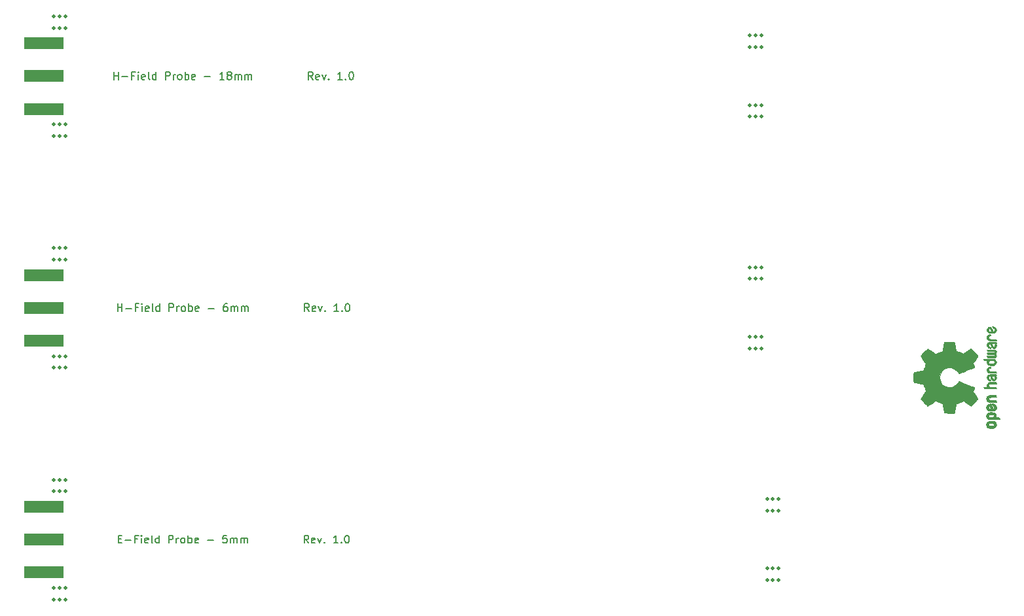
<source format=gts>
G04 #@! TF.GenerationSoftware,KiCad,Pcbnew,(6.0.1)*
G04 #@! TF.CreationDate,2023-07-16T14:40:23+02:00*
G04 #@! TF.ProjectId,panel,70616e65-6c2e-46b6-9963-61645f706362,rev?*
G04 #@! TF.SameCoordinates,Original*
G04 #@! TF.FileFunction,Soldermask,Top*
G04 #@! TF.FilePolarity,Negative*
%FSLAX46Y46*%
G04 Gerber Fmt 4.6, Leading zero omitted, Abs format (unit mm)*
G04 Created by KiCad (PCBNEW (6.0.1)) date 2023-07-16 14:40:23*
%MOMM*%
%LPD*%
G01*
G04 APERTURE LIST*
%ADD10C,0.150000*%
%ADD11C,0.010000*%
%ADD12C,0.500000*%
%ADD13R,5.080000X1.500000*%
G04 APERTURE END LIST*
D10*
X82523809Y-91452380D02*
X82523809Y-90452380D01*
X82523809Y-90928571D02*
X83095238Y-90928571D01*
X83095238Y-91452380D02*
X83095238Y-90452380D01*
X83571428Y-91071428D02*
X84333333Y-91071428D01*
X85142857Y-90928571D02*
X84809523Y-90928571D01*
X84809523Y-91452380D02*
X84809523Y-90452380D01*
X85285714Y-90452380D01*
X85666666Y-91452380D02*
X85666666Y-90785714D01*
X85666666Y-90452380D02*
X85619047Y-90500000D01*
X85666666Y-90547619D01*
X85714285Y-90500000D01*
X85666666Y-90452380D01*
X85666666Y-90547619D01*
X86523809Y-91404761D02*
X86428571Y-91452380D01*
X86238095Y-91452380D01*
X86142857Y-91404761D01*
X86095238Y-91309523D01*
X86095238Y-90928571D01*
X86142857Y-90833333D01*
X86238095Y-90785714D01*
X86428571Y-90785714D01*
X86523809Y-90833333D01*
X86571428Y-90928571D01*
X86571428Y-91023809D01*
X86095238Y-91119047D01*
X87142857Y-91452380D02*
X87047619Y-91404761D01*
X87000000Y-91309523D01*
X87000000Y-90452380D01*
X87952380Y-91452380D02*
X87952380Y-90452380D01*
X87952380Y-91404761D02*
X87857142Y-91452380D01*
X87666666Y-91452380D01*
X87571428Y-91404761D01*
X87523809Y-91357142D01*
X87476190Y-91261904D01*
X87476190Y-90976190D01*
X87523809Y-90880952D01*
X87571428Y-90833333D01*
X87666666Y-90785714D01*
X87857142Y-90785714D01*
X87952380Y-90833333D01*
X89190476Y-91452380D02*
X89190476Y-90452380D01*
X89571428Y-90452380D01*
X89666666Y-90500000D01*
X89714285Y-90547619D01*
X89761904Y-90642857D01*
X89761904Y-90785714D01*
X89714285Y-90880952D01*
X89666666Y-90928571D01*
X89571428Y-90976190D01*
X89190476Y-90976190D01*
X90190476Y-91452380D02*
X90190476Y-90785714D01*
X90190476Y-90976190D02*
X90238095Y-90880952D01*
X90285714Y-90833333D01*
X90380952Y-90785714D01*
X90476190Y-90785714D01*
X90952380Y-91452380D02*
X90857142Y-91404761D01*
X90809523Y-91357142D01*
X90761904Y-91261904D01*
X90761904Y-90976190D01*
X90809523Y-90880952D01*
X90857142Y-90833333D01*
X90952380Y-90785714D01*
X91095238Y-90785714D01*
X91190476Y-90833333D01*
X91238095Y-90880952D01*
X91285714Y-90976190D01*
X91285714Y-91261904D01*
X91238095Y-91357142D01*
X91190476Y-91404761D01*
X91095238Y-91452380D01*
X90952380Y-91452380D01*
X91714285Y-91452380D02*
X91714285Y-90452380D01*
X91714285Y-90833333D02*
X91809523Y-90785714D01*
X92000000Y-90785714D01*
X92095238Y-90833333D01*
X92142857Y-90880952D01*
X92190476Y-90976190D01*
X92190476Y-91261904D01*
X92142857Y-91357142D01*
X92095238Y-91404761D01*
X92000000Y-91452380D01*
X91809523Y-91452380D01*
X91714285Y-91404761D01*
X93000000Y-91404761D02*
X92904761Y-91452380D01*
X92714285Y-91452380D01*
X92619047Y-91404761D01*
X92571428Y-91309523D01*
X92571428Y-90928571D01*
X92619047Y-90833333D01*
X92714285Y-90785714D01*
X92904761Y-90785714D01*
X93000000Y-90833333D01*
X93047619Y-90928571D01*
X93047619Y-91023809D01*
X92571428Y-91119047D01*
X94238095Y-91071428D02*
X95000000Y-91071428D01*
X96666666Y-90452380D02*
X96476190Y-90452380D01*
X96380952Y-90500000D01*
X96333333Y-90547619D01*
X96238095Y-90690476D01*
X96190476Y-90880952D01*
X96190476Y-91261904D01*
X96238095Y-91357142D01*
X96285714Y-91404761D01*
X96380952Y-91452380D01*
X96571428Y-91452380D01*
X96666666Y-91404761D01*
X96714285Y-91357142D01*
X96761904Y-91261904D01*
X96761904Y-91023809D01*
X96714285Y-90928571D01*
X96666666Y-90880952D01*
X96571428Y-90833333D01*
X96380952Y-90833333D01*
X96285714Y-90880952D01*
X96238095Y-90928571D01*
X96190476Y-91023809D01*
X97190476Y-91452380D02*
X97190476Y-90785714D01*
X97190476Y-90880952D02*
X97238095Y-90833333D01*
X97333333Y-90785714D01*
X97476190Y-90785714D01*
X97571428Y-90833333D01*
X97619047Y-90928571D01*
X97619047Y-91452380D01*
X97619047Y-90928571D02*
X97666666Y-90833333D01*
X97761904Y-90785714D01*
X97904761Y-90785714D01*
X98000000Y-90833333D01*
X98047619Y-90928571D01*
X98047619Y-91452380D01*
X98523809Y-91452380D02*
X98523809Y-90785714D01*
X98523809Y-90880952D02*
X98571428Y-90833333D01*
X98666666Y-90785714D01*
X98809523Y-90785714D01*
X98904761Y-90833333D01*
X98952380Y-90928571D01*
X98952380Y-91452380D01*
X98952380Y-90928571D02*
X99000000Y-90833333D01*
X99095238Y-90785714D01*
X99238095Y-90785714D01*
X99333333Y-90833333D01*
X99380952Y-90928571D01*
X99380952Y-91452380D01*
X107285714Y-91452380D02*
X106952380Y-90976190D01*
X106714285Y-91452380D02*
X106714285Y-90452380D01*
X107095238Y-90452380D01*
X107190476Y-90500000D01*
X107238095Y-90547619D01*
X107285714Y-90642857D01*
X107285714Y-90785714D01*
X107238095Y-90880952D01*
X107190476Y-90928571D01*
X107095238Y-90976190D01*
X106714285Y-90976190D01*
X108095238Y-91404761D02*
X107999999Y-91452380D01*
X107809523Y-91452380D01*
X107714285Y-91404761D01*
X107666666Y-91309523D01*
X107666666Y-90928571D01*
X107714285Y-90833333D01*
X107809523Y-90785714D01*
X107999999Y-90785714D01*
X108095238Y-90833333D01*
X108142857Y-90928571D01*
X108142857Y-91023809D01*
X107666666Y-91119047D01*
X108476190Y-90785714D02*
X108714285Y-91452380D01*
X108952380Y-90785714D01*
X109333333Y-91357142D02*
X109380952Y-91404761D01*
X109333333Y-91452380D01*
X109285714Y-91404761D01*
X109333333Y-91357142D01*
X109333333Y-91452380D01*
X111095238Y-91452380D02*
X110523809Y-91452380D01*
X110809523Y-91452380D02*
X110809523Y-90452380D01*
X110714285Y-90595238D01*
X110619047Y-90690476D01*
X110523809Y-90738095D01*
X111523809Y-91357142D02*
X111571428Y-91404761D01*
X111523809Y-91452380D01*
X111476190Y-91404761D01*
X111523809Y-91357142D01*
X111523809Y-91452380D01*
X112190476Y-90452380D02*
X112285714Y-90452380D01*
X112380952Y-90500000D01*
X112428571Y-90547619D01*
X112476190Y-90642857D01*
X112523809Y-90833333D01*
X112523809Y-91071428D01*
X112476190Y-91261904D01*
X112428571Y-91357142D01*
X112380952Y-91404761D01*
X112285714Y-91452380D01*
X112190476Y-91452380D01*
X112095238Y-91404761D01*
X112047619Y-91357142D01*
X112000000Y-91261904D01*
X111952380Y-91071428D01*
X111952380Y-90833333D01*
X112000000Y-90642857D01*
X112047619Y-90547619D01*
X112095238Y-90500000D01*
X112190476Y-90452380D01*
X82595238Y-120928571D02*
X82928571Y-120928571D01*
X83071428Y-121452380D02*
X82595238Y-121452380D01*
X82595238Y-120452380D01*
X83071428Y-120452380D01*
X83500000Y-121071428D02*
X84261904Y-121071428D01*
X85071428Y-120928571D02*
X84738095Y-120928571D01*
X84738095Y-121452380D02*
X84738095Y-120452380D01*
X85214285Y-120452380D01*
X85595238Y-121452380D02*
X85595238Y-120785714D01*
X85595238Y-120452380D02*
X85547619Y-120500000D01*
X85595238Y-120547619D01*
X85642857Y-120500000D01*
X85595238Y-120452380D01*
X85595238Y-120547619D01*
X86452380Y-121404761D02*
X86357142Y-121452380D01*
X86166666Y-121452380D01*
X86071428Y-121404761D01*
X86023809Y-121309523D01*
X86023809Y-120928571D01*
X86071428Y-120833333D01*
X86166666Y-120785714D01*
X86357142Y-120785714D01*
X86452380Y-120833333D01*
X86500000Y-120928571D01*
X86500000Y-121023809D01*
X86023809Y-121119047D01*
X87071428Y-121452380D02*
X86976190Y-121404761D01*
X86928571Y-121309523D01*
X86928571Y-120452380D01*
X87880952Y-121452380D02*
X87880952Y-120452380D01*
X87880952Y-121404761D02*
X87785714Y-121452380D01*
X87595238Y-121452380D01*
X87500000Y-121404761D01*
X87452380Y-121357142D01*
X87404761Y-121261904D01*
X87404761Y-120976190D01*
X87452380Y-120880952D01*
X87500000Y-120833333D01*
X87595238Y-120785714D01*
X87785714Y-120785714D01*
X87880952Y-120833333D01*
X89119047Y-121452380D02*
X89119047Y-120452380D01*
X89500000Y-120452380D01*
X89595238Y-120500000D01*
X89642857Y-120547619D01*
X89690476Y-120642857D01*
X89690476Y-120785714D01*
X89642857Y-120880952D01*
X89595238Y-120928571D01*
X89500000Y-120976190D01*
X89119047Y-120976190D01*
X90119047Y-121452380D02*
X90119047Y-120785714D01*
X90119047Y-120976190D02*
X90166666Y-120880952D01*
X90214285Y-120833333D01*
X90309523Y-120785714D01*
X90404761Y-120785714D01*
X90880952Y-121452380D02*
X90785714Y-121404761D01*
X90738095Y-121357142D01*
X90690476Y-121261904D01*
X90690476Y-120976190D01*
X90738095Y-120880952D01*
X90785714Y-120833333D01*
X90880952Y-120785714D01*
X91023809Y-120785714D01*
X91119047Y-120833333D01*
X91166666Y-120880952D01*
X91214285Y-120976190D01*
X91214285Y-121261904D01*
X91166666Y-121357142D01*
X91119047Y-121404761D01*
X91023809Y-121452380D01*
X90880952Y-121452380D01*
X91642857Y-121452380D02*
X91642857Y-120452380D01*
X91642857Y-120833333D02*
X91738095Y-120785714D01*
X91928571Y-120785714D01*
X92023809Y-120833333D01*
X92071428Y-120880952D01*
X92119047Y-120976190D01*
X92119047Y-121261904D01*
X92071428Y-121357142D01*
X92023809Y-121404761D01*
X91928571Y-121452380D01*
X91738095Y-121452380D01*
X91642857Y-121404761D01*
X92928571Y-121404761D02*
X92833333Y-121452380D01*
X92642857Y-121452380D01*
X92547619Y-121404761D01*
X92500000Y-121309523D01*
X92500000Y-120928571D01*
X92547619Y-120833333D01*
X92642857Y-120785714D01*
X92833333Y-120785714D01*
X92928571Y-120833333D01*
X92976190Y-120928571D01*
X92976190Y-121023809D01*
X92500000Y-121119047D01*
X94166666Y-121071428D02*
X94928571Y-121071428D01*
X96642857Y-120452380D02*
X96166666Y-120452380D01*
X96119047Y-120928571D01*
X96166666Y-120880952D01*
X96261904Y-120833333D01*
X96499999Y-120833333D01*
X96595238Y-120880952D01*
X96642857Y-120928571D01*
X96690476Y-121023809D01*
X96690476Y-121261904D01*
X96642857Y-121357142D01*
X96595238Y-121404761D01*
X96499999Y-121452380D01*
X96261904Y-121452380D01*
X96166666Y-121404761D01*
X96119047Y-121357142D01*
X97119047Y-121452380D02*
X97119047Y-120785714D01*
X97119047Y-120880952D02*
X97166666Y-120833333D01*
X97261904Y-120785714D01*
X97404761Y-120785714D01*
X97499999Y-120833333D01*
X97547619Y-120928571D01*
X97547619Y-121452380D01*
X97547619Y-120928571D02*
X97595238Y-120833333D01*
X97690476Y-120785714D01*
X97833333Y-120785714D01*
X97928571Y-120833333D01*
X97976190Y-120928571D01*
X97976190Y-121452380D01*
X98452380Y-121452380D02*
X98452380Y-120785714D01*
X98452380Y-120880952D02*
X98499999Y-120833333D01*
X98595238Y-120785714D01*
X98738095Y-120785714D01*
X98833333Y-120833333D01*
X98880952Y-120928571D01*
X98880952Y-121452380D01*
X98880952Y-120928571D02*
X98928571Y-120833333D01*
X99023809Y-120785714D01*
X99166666Y-120785714D01*
X99261904Y-120833333D01*
X99309523Y-120928571D01*
X99309523Y-121452380D01*
X107214285Y-121452380D02*
X106880952Y-120976190D01*
X106642857Y-121452380D02*
X106642857Y-120452380D01*
X107023809Y-120452380D01*
X107119047Y-120500000D01*
X107166666Y-120547619D01*
X107214285Y-120642857D01*
X107214285Y-120785714D01*
X107166666Y-120880952D01*
X107119047Y-120928571D01*
X107023809Y-120976190D01*
X106642857Y-120976190D01*
X108023809Y-121404761D02*
X107928571Y-121452380D01*
X107738095Y-121452380D01*
X107642857Y-121404761D01*
X107595238Y-121309523D01*
X107595238Y-120928571D01*
X107642857Y-120833333D01*
X107738095Y-120785714D01*
X107928571Y-120785714D01*
X108023809Y-120833333D01*
X108071428Y-120928571D01*
X108071428Y-121023809D01*
X107595238Y-121119047D01*
X108404761Y-120785714D02*
X108642857Y-121452380D01*
X108880952Y-120785714D01*
X109261904Y-121357142D02*
X109309523Y-121404761D01*
X109261904Y-121452380D01*
X109214285Y-121404761D01*
X109261904Y-121357142D01*
X109261904Y-121452380D01*
X111023809Y-121452380D02*
X110452380Y-121452380D01*
X110738095Y-121452380D02*
X110738095Y-120452380D01*
X110642857Y-120595238D01*
X110547619Y-120690476D01*
X110452380Y-120738095D01*
X111452380Y-121357142D02*
X111499999Y-121404761D01*
X111452380Y-121452380D01*
X111404761Y-121404761D01*
X111452380Y-121357142D01*
X111452380Y-121452380D01*
X112119047Y-120452380D02*
X112214285Y-120452380D01*
X112309523Y-120500000D01*
X112357142Y-120547619D01*
X112404761Y-120642857D01*
X112452380Y-120833333D01*
X112452380Y-121071428D01*
X112404761Y-121261904D01*
X112357142Y-121357142D01*
X112309523Y-121404761D01*
X112214285Y-121452380D01*
X112119047Y-121452380D01*
X112023809Y-121404761D01*
X111976190Y-121357142D01*
X111928571Y-121261904D01*
X111880952Y-121071428D01*
X111880952Y-120833333D01*
X111928571Y-120642857D01*
X111976190Y-120547619D01*
X112023809Y-120500000D01*
X112119047Y-120452380D01*
X82047619Y-61452380D02*
X82047619Y-60452380D01*
X82047619Y-60928571D02*
X82619047Y-60928571D01*
X82619047Y-61452380D02*
X82619047Y-60452380D01*
X83095238Y-61071428D02*
X83857142Y-61071428D01*
X84666666Y-60928571D02*
X84333333Y-60928571D01*
X84333333Y-61452380D02*
X84333333Y-60452380D01*
X84809523Y-60452380D01*
X85190476Y-61452380D02*
X85190476Y-60785714D01*
X85190476Y-60452380D02*
X85142857Y-60500000D01*
X85190476Y-60547619D01*
X85238095Y-60500000D01*
X85190476Y-60452380D01*
X85190476Y-60547619D01*
X86047619Y-61404761D02*
X85952380Y-61452380D01*
X85761904Y-61452380D01*
X85666666Y-61404761D01*
X85619047Y-61309523D01*
X85619047Y-60928571D01*
X85666666Y-60833333D01*
X85761904Y-60785714D01*
X85952380Y-60785714D01*
X86047619Y-60833333D01*
X86095238Y-60928571D01*
X86095238Y-61023809D01*
X85619047Y-61119047D01*
X86666666Y-61452380D02*
X86571428Y-61404761D01*
X86523809Y-61309523D01*
X86523809Y-60452380D01*
X87476190Y-61452380D02*
X87476190Y-60452380D01*
X87476190Y-61404761D02*
X87380952Y-61452380D01*
X87190476Y-61452380D01*
X87095238Y-61404761D01*
X87047619Y-61357142D01*
X87000000Y-61261904D01*
X87000000Y-60976190D01*
X87047619Y-60880952D01*
X87095238Y-60833333D01*
X87190476Y-60785714D01*
X87380952Y-60785714D01*
X87476190Y-60833333D01*
X88714285Y-61452380D02*
X88714285Y-60452380D01*
X89095238Y-60452380D01*
X89190476Y-60500000D01*
X89238095Y-60547619D01*
X89285714Y-60642857D01*
X89285714Y-60785714D01*
X89238095Y-60880952D01*
X89190476Y-60928571D01*
X89095238Y-60976190D01*
X88714285Y-60976190D01*
X89714285Y-61452380D02*
X89714285Y-60785714D01*
X89714285Y-60976190D02*
X89761904Y-60880952D01*
X89809523Y-60833333D01*
X89904761Y-60785714D01*
X90000000Y-60785714D01*
X90476190Y-61452380D02*
X90380952Y-61404761D01*
X90333333Y-61357142D01*
X90285714Y-61261904D01*
X90285714Y-60976190D01*
X90333333Y-60880952D01*
X90380952Y-60833333D01*
X90476190Y-60785714D01*
X90619047Y-60785714D01*
X90714285Y-60833333D01*
X90761904Y-60880952D01*
X90809523Y-60976190D01*
X90809523Y-61261904D01*
X90761904Y-61357142D01*
X90714285Y-61404761D01*
X90619047Y-61452380D01*
X90476190Y-61452380D01*
X91238095Y-61452380D02*
X91238095Y-60452380D01*
X91238095Y-60833333D02*
X91333333Y-60785714D01*
X91523809Y-60785714D01*
X91619047Y-60833333D01*
X91666666Y-60880952D01*
X91714285Y-60976190D01*
X91714285Y-61261904D01*
X91666666Y-61357142D01*
X91619047Y-61404761D01*
X91523809Y-61452380D01*
X91333333Y-61452380D01*
X91238095Y-61404761D01*
X92523809Y-61404761D02*
X92428571Y-61452380D01*
X92238095Y-61452380D01*
X92142857Y-61404761D01*
X92095238Y-61309523D01*
X92095238Y-60928571D01*
X92142857Y-60833333D01*
X92238095Y-60785714D01*
X92428571Y-60785714D01*
X92523809Y-60833333D01*
X92571428Y-60928571D01*
X92571428Y-61023809D01*
X92095238Y-61119047D01*
X93761904Y-61071428D02*
X94523809Y-61071428D01*
X96285714Y-61452380D02*
X95714285Y-61452380D01*
X96000000Y-61452380D02*
X96000000Y-60452380D01*
X95904761Y-60595238D01*
X95809523Y-60690476D01*
X95714285Y-60738095D01*
X96857142Y-60880952D02*
X96761904Y-60833333D01*
X96714285Y-60785714D01*
X96666666Y-60690476D01*
X96666666Y-60642857D01*
X96714285Y-60547619D01*
X96761904Y-60500000D01*
X96857142Y-60452380D01*
X97047619Y-60452380D01*
X97142857Y-60500000D01*
X97190476Y-60547619D01*
X97238095Y-60642857D01*
X97238095Y-60690476D01*
X97190476Y-60785714D01*
X97142857Y-60833333D01*
X97047619Y-60880952D01*
X96857142Y-60880952D01*
X96761904Y-60928571D01*
X96714285Y-60976190D01*
X96666666Y-61071428D01*
X96666666Y-61261904D01*
X96714285Y-61357142D01*
X96761904Y-61404761D01*
X96857142Y-61452380D01*
X97047619Y-61452380D01*
X97142857Y-61404761D01*
X97190476Y-61357142D01*
X97238095Y-61261904D01*
X97238095Y-61071428D01*
X97190476Y-60976190D01*
X97142857Y-60928571D01*
X97047619Y-60880952D01*
X97666666Y-61452380D02*
X97666666Y-60785714D01*
X97666666Y-60880952D02*
X97714285Y-60833333D01*
X97809523Y-60785714D01*
X97952380Y-60785714D01*
X98047619Y-60833333D01*
X98095238Y-60928571D01*
X98095238Y-61452380D01*
X98095238Y-60928571D02*
X98142857Y-60833333D01*
X98238095Y-60785714D01*
X98380952Y-60785714D01*
X98476190Y-60833333D01*
X98523809Y-60928571D01*
X98523809Y-61452380D01*
X99000000Y-61452380D02*
X99000000Y-60785714D01*
X99000000Y-60880952D02*
X99047619Y-60833333D01*
X99142857Y-60785714D01*
X99285714Y-60785714D01*
X99380952Y-60833333D01*
X99428571Y-60928571D01*
X99428571Y-61452380D01*
X99428571Y-60928571D02*
X99476190Y-60833333D01*
X99571428Y-60785714D01*
X99714285Y-60785714D01*
X99809523Y-60833333D01*
X99857142Y-60928571D01*
X99857142Y-61452380D01*
X107761904Y-61452380D02*
X107428571Y-60976190D01*
X107190476Y-61452380D02*
X107190476Y-60452380D01*
X107571428Y-60452380D01*
X107666666Y-60500000D01*
X107714285Y-60547619D01*
X107761904Y-60642857D01*
X107761904Y-60785714D01*
X107714285Y-60880952D01*
X107666666Y-60928571D01*
X107571428Y-60976190D01*
X107190476Y-60976190D01*
X108571428Y-61404761D02*
X108476190Y-61452380D01*
X108285714Y-61452380D01*
X108190476Y-61404761D01*
X108142857Y-61309523D01*
X108142857Y-60928571D01*
X108190476Y-60833333D01*
X108285714Y-60785714D01*
X108476190Y-60785714D01*
X108571428Y-60833333D01*
X108619047Y-60928571D01*
X108619047Y-61023809D01*
X108142857Y-61119047D01*
X108952380Y-60785714D02*
X109190476Y-61452380D01*
X109428571Y-60785714D01*
X109809523Y-61357142D02*
X109857142Y-61404761D01*
X109809523Y-61452380D01*
X109761904Y-61404761D01*
X109809523Y-61357142D01*
X109809523Y-61452380D01*
X111571428Y-61452380D02*
X110999999Y-61452380D01*
X111285714Y-61452380D02*
X111285714Y-60452380D01*
X111190476Y-60595238D01*
X111095238Y-60690476D01*
X110999999Y-60738095D01*
X111999999Y-61357142D02*
X112047619Y-61404761D01*
X111999999Y-61452380D01*
X111952380Y-61404761D01*
X111999999Y-61357142D01*
X111999999Y-61452380D01*
X112666666Y-60452380D02*
X112761904Y-60452380D01*
X112857142Y-60500000D01*
X112904761Y-60547619D01*
X112952380Y-60642857D01*
X112999999Y-60833333D01*
X112999999Y-61071428D01*
X112952380Y-61261904D01*
X112904761Y-61357142D01*
X112857142Y-61404761D01*
X112761904Y-61452380D01*
X112666666Y-61452380D01*
X112571428Y-61404761D01*
X112523809Y-61357142D01*
X112476190Y-61261904D01*
X112428571Y-61071428D01*
X112428571Y-60833333D01*
X112476190Y-60642857D01*
X112523809Y-60547619D01*
X112571428Y-60500000D01*
X112666666Y-60452380D01*
D11*
X194723857Y-101255402D02*
X194843188Y-101246846D01*
X194843188Y-101246846D02*
X194913506Y-101237019D01*
X194913506Y-101237019D02*
X194944179Y-101223401D01*
X194944179Y-101223401D02*
X194944571Y-101203473D01*
X194944571Y-101203473D02*
X194940910Y-101197011D01*
X194940910Y-101197011D02*
X194914398Y-101111060D01*
X194914398Y-101111060D02*
X194915946Y-100999255D01*
X194915946Y-100999255D02*
X194943199Y-100885586D01*
X194943199Y-100885586D02*
X194978455Y-100814490D01*
X194978455Y-100814490D02*
X195034778Y-100741595D01*
X195034778Y-100741595D02*
X195098519Y-100688307D01*
X195098519Y-100688307D02*
X195179510Y-100651725D01*
X195179510Y-100651725D02*
X195287586Y-100628950D01*
X195287586Y-100628950D02*
X195432580Y-100617081D01*
X195432580Y-100617081D02*
X195624326Y-100613218D01*
X195624326Y-100613218D02*
X195661109Y-100613149D01*
X195661109Y-100613149D02*
X196074288Y-100613103D01*
X196074288Y-100613103D02*
X196106339Y-100705046D01*
X196106339Y-100705046D02*
X196128144Y-100770348D01*
X196128144Y-100770348D02*
X196138297Y-100806176D01*
X196138297Y-100806176D02*
X196138391Y-100807230D01*
X196138391Y-100807230D02*
X196110860Y-100810758D01*
X196110860Y-100810758D02*
X196034923Y-100813761D01*
X196034923Y-100813761D02*
X195920565Y-100816010D01*
X195920565Y-100816010D02*
X195777769Y-100817276D01*
X195777769Y-100817276D02*
X195690951Y-100817471D01*
X195690951Y-100817471D02*
X195519773Y-100817877D01*
X195519773Y-100817877D02*
X195397088Y-100819968D01*
X195397088Y-100819968D02*
X195313000Y-100825053D01*
X195313000Y-100825053D02*
X195257614Y-100834440D01*
X195257614Y-100834440D02*
X195221032Y-100849439D01*
X195221032Y-100849439D02*
X195193359Y-100871358D01*
X195193359Y-100871358D02*
X195180032Y-100885043D01*
X195180032Y-100885043D02*
X195126328Y-100979051D01*
X195126328Y-100979051D02*
X195122307Y-101081636D01*
X195122307Y-101081636D02*
X195167725Y-101174710D01*
X195167725Y-101174710D02*
X195184123Y-101191922D01*
X195184123Y-101191922D02*
X195214957Y-101217168D01*
X195214957Y-101217168D02*
X195251531Y-101234680D01*
X195251531Y-101234680D02*
X195304415Y-101245858D01*
X195304415Y-101245858D02*
X195384177Y-101252104D01*
X195384177Y-101252104D02*
X195501385Y-101254818D01*
X195501385Y-101254818D02*
X195662991Y-101255402D01*
X195662991Y-101255402D02*
X196074288Y-101255402D01*
X196074288Y-101255402D02*
X196106339Y-101347345D01*
X196106339Y-101347345D02*
X196128144Y-101412647D01*
X196128144Y-101412647D02*
X196138297Y-101448475D01*
X196138297Y-101448475D02*
X196138391Y-101449529D01*
X196138391Y-101449529D02*
X196110448Y-101452225D01*
X196110448Y-101452225D02*
X196031630Y-101454655D01*
X196031630Y-101454655D02*
X195909453Y-101456722D01*
X195909453Y-101456722D02*
X195751432Y-101458329D01*
X195751432Y-101458329D02*
X195565083Y-101459377D01*
X195565083Y-101459377D02*
X195357920Y-101459769D01*
X195357920Y-101459769D02*
X195348706Y-101459770D01*
X195348706Y-101459770D02*
X194559020Y-101459770D01*
X194559020Y-101459770D02*
X194518997Y-101364885D01*
X194518997Y-101364885D02*
X194478973Y-101270000D01*
X194478973Y-101270000D02*
X194723857Y-101255402D01*
X194723857Y-101255402D02*
X194723857Y-101255402D01*
G36*
X196106339Y-100705046D02*
G01*
X196128144Y-100770348D01*
X196138297Y-100806176D01*
X196138391Y-100807230D01*
X196110860Y-100810758D01*
X196034923Y-100813761D01*
X195920565Y-100816010D01*
X195777769Y-100817276D01*
X195690951Y-100817471D01*
X195519773Y-100817877D01*
X195397088Y-100819968D01*
X195313000Y-100825053D01*
X195257614Y-100834440D01*
X195221032Y-100849439D01*
X195193359Y-100871358D01*
X195180032Y-100885043D01*
X195126328Y-100979051D01*
X195122307Y-101081636D01*
X195167725Y-101174710D01*
X195184123Y-101191922D01*
X195214957Y-101217168D01*
X195251531Y-101234680D01*
X195304415Y-101245858D01*
X195384177Y-101252104D01*
X195501385Y-101254818D01*
X195662991Y-101255402D01*
X196074288Y-101255402D01*
X196106339Y-101347345D01*
X196128144Y-101412647D01*
X196138297Y-101448475D01*
X196138391Y-101449529D01*
X196110448Y-101452225D01*
X196031630Y-101454655D01*
X195909453Y-101456722D01*
X195751432Y-101458329D01*
X195565083Y-101459377D01*
X195357920Y-101459769D01*
X195348706Y-101459770D01*
X194559020Y-101459770D01*
X194518997Y-101364885D01*
X194478973Y-101270000D01*
X194723857Y-101255402D01*
X194843188Y-101246846D01*
X194913506Y-101237019D01*
X194944179Y-101223401D01*
X194944571Y-101203473D01*
X194940910Y-101197011D01*
X194914398Y-101111060D01*
X194915946Y-100999255D01*
X194943199Y-100885586D01*
X194978455Y-100814490D01*
X195034778Y-100741595D01*
X195098519Y-100688307D01*
X195179510Y-100651725D01*
X195287586Y-100628950D01*
X195432580Y-100617081D01*
X195624326Y-100613218D01*
X195661109Y-100613149D01*
X196074288Y-100613103D01*
X196106339Y-100705046D01*
G37*
X196106339Y-100705046D02*
X196128144Y-100770348D01*
X196138297Y-100806176D01*
X196138391Y-100807230D01*
X196110860Y-100810758D01*
X196034923Y-100813761D01*
X195920565Y-100816010D01*
X195777769Y-100817276D01*
X195690951Y-100817471D01*
X195519773Y-100817877D01*
X195397088Y-100819968D01*
X195313000Y-100825053D01*
X195257614Y-100834440D01*
X195221032Y-100849439D01*
X195193359Y-100871358D01*
X195180032Y-100885043D01*
X195126328Y-100979051D01*
X195122307Y-101081636D01*
X195167725Y-101174710D01*
X195184123Y-101191922D01*
X195214957Y-101217168D01*
X195251531Y-101234680D01*
X195304415Y-101245858D01*
X195384177Y-101252104D01*
X195501385Y-101254818D01*
X195662991Y-101255402D01*
X196074288Y-101255402D01*
X196106339Y-101347345D01*
X196128144Y-101412647D01*
X196138297Y-101448475D01*
X196138391Y-101449529D01*
X196110448Y-101452225D01*
X196031630Y-101454655D01*
X195909453Y-101456722D01*
X195751432Y-101458329D01*
X195565083Y-101459377D01*
X195357920Y-101459769D01*
X195348706Y-101459770D01*
X194559020Y-101459770D01*
X194518997Y-101364885D01*
X194478973Y-101270000D01*
X194723857Y-101255402D01*
X194843188Y-101246846D01*
X194913506Y-101237019D01*
X194944179Y-101223401D01*
X194944571Y-101203473D01*
X194940910Y-101197011D01*
X194914398Y-101111060D01*
X194915946Y-100999255D01*
X194943199Y-100885586D01*
X194978455Y-100814490D01*
X195034778Y-100741595D01*
X195098519Y-100688307D01*
X195179510Y-100651725D01*
X195287586Y-100628950D01*
X195432580Y-100617081D01*
X195624326Y-100613218D01*
X195661109Y-100613149D01*
X196074288Y-100613103D01*
X196106339Y-100705046D01*
X185452998Y-99790986D02*
X185453863Y-99632994D01*
X185453863Y-99632994D02*
X185456205Y-99518653D01*
X185456205Y-99518653D02*
X185460762Y-99440593D01*
X185460762Y-99440593D02*
X185468270Y-99391446D01*
X185468270Y-99391446D02*
X185479466Y-99363841D01*
X185479466Y-99363841D02*
X185495088Y-99350408D01*
X185495088Y-99350408D02*
X185515873Y-99343779D01*
X185515873Y-99343779D02*
X185518563Y-99343135D01*
X185518563Y-99343135D02*
X185567113Y-99333065D01*
X185567113Y-99333065D02*
X185662905Y-99314425D01*
X185662905Y-99314425D02*
X185795743Y-99289155D01*
X185795743Y-99289155D02*
X185955431Y-99259193D01*
X185955431Y-99259193D02*
X186131774Y-99226478D01*
X186131774Y-99226478D02*
X186137967Y-99225336D01*
X186137967Y-99225336D02*
X186310782Y-99192567D01*
X186310782Y-99192567D02*
X186463469Y-99161907D01*
X186463469Y-99161907D02*
X186586871Y-99135336D01*
X186586871Y-99135336D02*
X186671831Y-99114833D01*
X186671831Y-99114833D02*
X186709190Y-99102374D01*
X186709190Y-99102374D02*
X186709852Y-99101780D01*
X186709852Y-99101780D02*
X186728095Y-99065081D01*
X186728095Y-99065081D02*
X186758497Y-98989414D01*
X186758497Y-98989414D02*
X186794493Y-98891122D01*
X186794493Y-98891122D02*
X186794685Y-98890575D01*
X186794685Y-98890575D02*
X186841222Y-98766767D01*
X186841222Y-98766767D02*
X186900504Y-98620804D01*
X186900504Y-98620804D02*
X186960109Y-98483219D01*
X186960109Y-98483219D02*
X186963056Y-98476707D01*
X186963056Y-98476707D02*
X187064765Y-98252610D01*
X187064765Y-98252610D02*
X186725897Y-97756381D01*
X186725897Y-97756381D02*
X186622592Y-97604154D01*
X186622592Y-97604154D02*
X186530237Y-97466259D01*
X186530237Y-97466259D02*
X186454084Y-97350685D01*
X186454084Y-97350685D02*
X186399385Y-97265421D01*
X186399385Y-97265421D02*
X186371393Y-97218456D01*
X186371393Y-97218456D02*
X186369317Y-97213996D01*
X186369317Y-97213996D02*
X186378560Y-97179866D01*
X186378560Y-97179866D02*
X186423156Y-97116119D01*
X186423156Y-97116119D02*
X186505209Y-97020269D01*
X186505209Y-97020269D02*
X186626821Y-96889831D01*
X186626821Y-96889831D02*
X186756205Y-96756672D01*
X186756205Y-96756672D02*
X186883702Y-96628306D01*
X186883702Y-96628306D02*
X187000046Y-96513419D01*
X187000046Y-96513419D02*
X187098052Y-96418927D01*
X187098052Y-96418927D02*
X187170536Y-96351747D01*
X187170536Y-96351747D02*
X187210313Y-96318794D01*
X187210313Y-96318794D02*
X187212361Y-96317568D01*
X187212361Y-96317568D02*
X187239656Y-96313926D01*
X187239656Y-96313926D02*
X187284234Y-96327650D01*
X187284234Y-96327650D02*
X187352112Y-96362131D01*
X187352112Y-96362131D02*
X187449311Y-96420761D01*
X187449311Y-96420761D02*
X187581851Y-96506930D01*
X187581851Y-96506930D02*
X187752476Y-96621800D01*
X187752476Y-96621800D02*
X187902655Y-96723746D01*
X187902655Y-96723746D02*
X188037350Y-96814877D01*
X188037350Y-96814877D02*
X188148740Y-96889927D01*
X188148740Y-96889927D02*
X188229005Y-96943631D01*
X188229005Y-96943631D02*
X188270325Y-96970720D01*
X188270325Y-96970720D02*
X188273130Y-96972426D01*
X188273130Y-96972426D02*
X188312721Y-96969118D01*
X188312721Y-96969118D02*
X188389669Y-96944047D01*
X188389669Y-96944047D02*
X188489432Y-96902202D01*
X188489432Y-96902202D02*
X188521291Y-96887288D01*
X188521291Y-96887288D02*
X188663226Y-96822214D01*
X188663226Y-96822214D02*
X188824273Y-96752788D01*
X188824273Y-96752788D02*
X188963621Y-96696391D01*
X188963621Y-96696391D02*
X189067044Y-96655753D01*
X189067044Y-96655753D02*
X189145642Y-96623474D01*
X189145642Y-96623474D02*
X189186720Y-96604822D01*
X189186720Y-96604822D02*
X189189885Y-96602503D01*
X189189885Y-96602503D02*
X189195128Y-96568197D01*
X189195128Y-96568197D02*
X189209494Y-96487331D01*
X189209494Y-96487331D02*
X189230937Y-96370657D01*
X189230937Y-96370657D02*
X189257413Y-96228925D01*
X189257413Y-96228925D02*
X189286877Y-96072890D01*
X189286877Y-96072890D02*
X189317283Y-95913302D01*
X189317283Y-95913302D02*
X189346588Y-95760915D01*
X189346588Y-95760915D02*
X189372745Y-95626479D01*
X189372745Y-95626479D02*
X189393710Y-95520748D01*
X189393710Y-95520748D02*
X189407439Y-95454474D01*
X189407439Y-95454474D02*
X189411320Y-95438218D01*
X189411320Y-95438218D02*
X189420900Y-95421427D01*
X189420900Y-95421427D02*
X189442536Y-95408751D01*
X189442536Y-95408751D02*
X189483531Y-95399622D01*
X189483531Y-95399622D02*
X189551189Y-95393469D01*
X189551189Y-95393469D02*
X189652812Y-95389720D01*
X189652812Y-95389720D02*
X189795703Y-95387808D01*
X189795703Y-95387808D02*
X189987165Y-95387160D01*
X189987165Y-95387160D02*
X190065645Y-95387126D01*
X190065645Y-95387126D02*
X190703906Y-95387126D01*
X190703906Y-95387126D02*
X190734160Y-95540402D01*
X190734160Y-95540402D02*
X190750564Y-95625678D01*
X190750564Y-95625678D02*
X190774509Y-95752930D01*
X190774509Y-95752930D02*
X190803107Y-95906685D01*
X190803107Y-95906685D02*
X190833467Y-96071466D01*
X190833467Y-96071466D02*
X190841806Y-96117011D01*
X190841806Y-96117011D02*
X190871370Y-96269068D01*
X190871370Y-96269068D02*
X190900442Y-96401532D01*
X190900442Y-96401532D02*
X190926329Y-96503286D01*
X190926329Y-96503286D02*
X190946337Y-96563212D01*
X190946337Y-96563212D02*
X190952301Y-96573195D01*
X190952301Y-96573195D02*
X190994534Y-96597707D01*
X190994534Y-96597707D02*
X191076370Y-96632852D01*
X191076370Y-96632852D02*
X191181683Y-96671827D01*
X191181683Y-96671827D02*
X191204368Y-96679558D01*
X191204368Y-96679558D02*
X191345018Y-96730640D01*
X191345018Y-96730640D02*
X191503714Y-96794046D01*
X191503714Y-96794046D02*
X191646225Y-96856096D01*
X191646225Y-96856096D02*
X191646886Y-96856402D01*
X191646886Y-96856402D02*
X191870440Y-96959733D01*
X191870440Y-96959733D02*
X192870232Y-96280039D01*
X192870232Y-96280039D02*
X193307300Y-96716379D01*
X193307300Y-96716379D02*
X193437381Y-96848351D01*
X193437381Y-96848351D02*
X193552048Y-96968721D01*
X193552048Y-96968721D02*
X193645181Y-97070727D01*
X193645181Y-97070727D02*
X193710658Y-97147609D01*
X193710658Y-97147609D02*
X193742357Y-97192607D01*
X193742357Y-97192607D02*
X193744368Y-97199062D01*
X193744368Y-97199062D02*
X193728529Y-97236960D01*
X193728529Y-97236960D02*
X193684496Y-97314292D01*
X193684496Y-97314292D02*
X193617490Y-97422611D01*
X193617490Y-97422611D02*
X193532734Y-97553468D01*
X193532734Y-97553468D02*
X193437816Y-97694948D01*
X193437816Y-97694948D02*
X193340998Y-97838539D01*
X193340998Y-97838539D02*
X193256751Y-97966565D01*
X193256751Y-97966565D02*
X193190258Y-98070895D01*
X193190258Y-98070895D02*
X193146702Y-98143400D01*
X193146702Y-98143400D02*
X193131264Y-98175842D01*
X193131264Y-98175842D02*
X193144328Y-98215424D01*
X193144328Y-98215424D02*
X193178750Y-98290481D01*
X193178750Y-98290481D02*
X193227380Y-98385532D01*
X193227380Y-98385532D02*
X193232785Y-98395608D01*
X193232785Y-98395608D02*
X193296980Y-98523609D01*
X193296980Y-98523609D02*
X193328463Y-98611382D01*
X193328463Y-98611382D02*
X193328798Y-98665972D01*
X193328798Y-98665972D02*
X193299548Y-98694425D01*
X193299548Y-98694425D02*
X193299138Y-98694590D01*
X193299138Y-98694590D02*
X193264498Y-98708812D01*
X193264498Y-98708812D02*
X193182269Y-98742731D01*
X193182269Y-98742731D02*
X193058814Y-98793716D01*
X193058814Y-98793716D02*
X192900498Y-98859138D01*
X192900498Y-98859138D02*
X192713686Y-98936366D01*
X192713686Y-98936366D02*
X192504742Y-99022771D01*
X192504742Y-99022771D02*
X192302446Y-99106449D01*
X192302446Y-99106449D02*
X192079200Y-99198412D01*
X192079200Y-99198412D02*
X191872392Y-99282850D01*
X191872392Y-99282850D02*
X191688362Y-99357231D01*
X191688362Y-99357231D02*
X191533451Y-99419026D01*
X191533451Y-99419026D02*
X191413996Y-99465703D01*
X191413996Y-99465703D02*
X191336339Y-99494732D01*
X191336339Y-99494732D02*
X191307356Y-99503678D01*
X191307356Y-99503678D02*
X191274110Y-99481244D01*
X191274110Y-99481244D02*
X191221123Y-99422561D01*
X191221123Y-99422561D02*
X191162704Y-99344311D01*
X191162704Y-99344311D02*
X190977952Y-99121466D01*
X190977952Y-99121466D02*
X190766182Y-98947282D01*
X190766182Y-98947282D02*
X190531856Y-98823846D01*
X190531856Y-98823846D02*
X190279434Y-98753246D01*
X190279434Y-98753246D02*
X190013377Y-98737569D01*
X190013377Y-98737569D02*
X189890575Y-98748964D01*
X189890575Y-98748964D02*
X189635793Y-98811050D01*
X189635793Y-98811050D02*
X189410801Y-98917977D01*
X189410801Y-98917977D02*
X189217817Y-99063111D01*
X189217817Y-99063111D02*
X189059061Y-99239822D01*
X189059061Y-99239822D02*
X188936750Y-99441478D01*
X188936750Y-99441478D02*
X188853105Y-99661446D01*
X188853105Y-99661446D02*
X188810344Y-99893094D01*
X188810344Y-99893094D02*
X188810687Y-100129791D01*
X188810687Y-100129791D02*
X188856352Y-100364905D01*
X188856352Y-100364905D02*
X188949559Y-100591804D01*
X188949559Y-100591804D02*
X189092527Y-100803856D01*
X189092527Y-100803856D02*
X189173383Y-100892364D01*
X189173383Y-100892364D02*
X189381007Y-101062111D01*
X189381007Y-101062111D02*
X189607895Y-101180301D01*
X189607895Y-101180301D02*
X189847433Y-101247722D01*
X189847433Y-101247722D02*
X190093007Y-101265160D01*
X190093007Y-101265160D02*
X190338003Y-101233402D01*
X190338003Y-101233402D02*
X190575808Y-101153235D01*
X190575808Y-101153235D02*
X190799807Y-101025445D01*
X190799807Y-101025445D02*
X191003387Y-100850820D01*
X191003387Y-100850820D02*
X191162704Y-100655688D01*
X191162704Y-100655688D02*
X191223602Y-100574409D01*
X191223602Y-100574409D02*
X191276015Y-100516991D01*
X191276015Y-100516991D02*
X191307406Y-100496322D01*
X191307406Y-100496322D02*
X191341639Y-100507144D01*
X191341639Y-100507144D02*
X191423419Y-100537923D01*
X191423419Y-100537923D02*
X191546407Y-100586126D01*
X191546407Y-100586126D02*
X191704263Y-100649222D01*
X191704263Y-100649222D02*
X191890649Y-100724678D01*
X191890649Y-100724678D02*
X192099226Y-100809962D01*
X192099226Y-100809962D02*
X192302496Y-100893781D01*
X192302496Y-100893781D02*
X192525933Y-100986255D01*
X192525933Y-100986255D02*
X192732984Y-101071911D01*
X192732984Y-101071911D02*
X192917286Y-101148118D01*
X192917286Y-101148118D02*
X193072475Y-101212247D01*
X193072475Y-101212247D02*
X193192188Y-101261668D01*
X193192188Y-101261668D02*
X193270061Y-101293752D01*
X193270061Y-101293752D02*
X193299138Y-101305641D01*
X193299138Y-101305641D02*
X193328677Y-101333726D01*
X193328677Y-101333726D02*
X193328591Y-101388051D01*
X193328591Y-101388051D02*
X193297326Y-101475605D01*
X193297326Y-101475605D02*
X193233329Y-101603381D01*
X193233329Y-101603381D02*
X193232785Y-101604392D01*
X193232785Y-101604392D02*
X193183121Y-101700598D01*
X193183121Y-101700598D02*
X193146945Y-101778369D01*
X193146945Y-101778369D02*
X193131408Y-101822223D01*
X193131408Y-101822223D02*
X193131264Y-101824158D01*
X193131264Y-101824158D02*
X193147024Y-101857171D01*
X193147024Y-101857171D02*
X193190850Y-101930054D01*
X193190850Y-101930054D02*
X193257557Y-102034678D01*
X193257557Y-102034678D02*
X193341964Y-102162910D01*
X193341964Y-102162910D02*
X193437816Y-102305052D01*
X193437816Y-102305052D02*
X193534867Y-102449767D01*
X193534867Y-102449767D02*
X193619270Y-102580196D01*
X193619270Y-102580196D02*
X193685801Y-102687890D01*
X193685801Y-102687890D02*
X193729238Y-102764402D01*
X193729238Y-102764402D02*
X193744368Y-102800938D01*
X193744368Y-102800938D02*
X193724482Y-102834582D01*
X193724482Y-102834582D02*
X193668903Y-102902224D01*
X193668903Y-102902224D02*
X193583754Y-102997107D01*
X193583754Y-102997107D02*
X193475153Y-103112470D01*
X193475153Y-103112470D02*
X193349221Y-103241555D01*
X193349221Y-103241555D02*
X193307149Y-103283771D01*
X193307149Y-103283771D02*
X192869931Y-103720261D01*
X192869931Y-103720261D02*
X192382340Y-103388023D01*
X192382340Y-103388023D02*
X192232605Y-103287054D01*
X192232605Y-103287054D02*
X192098220Y-103198438D01*
X192098220Y-103198438D02*
X191986969Y-103127146D01*
X191986969Y-103127146D02*
X191906639Y-103078150D01*
X191906639Y-103078150D02*
X191865014Y-103056422D01*
X191865014Y-103056422D02*
X191862053Y-103055785D01*
X191862053Y-103055785D02*
X191822818Y-103067240D01*
X191822818Y-103067240D02*
X191743895Y-103098051D01*
X191743895Y-103098051D02*
X191638509Y-103142884D01*
X191638509Y-103142884D02*
X191567954Y-103174353D01*
X191567954Y-103174353D02*
X191432876Y-103233192D01*
X191432876Y-103233192D02*
X191296409Y-103288604D01*
X191296409Y-103288604D02*
X191181103Y-103331564D01*
X191181103Y-103331564D02*
X191145977Y-103343234D01*
X191145977Y-103343234D02*
X191052174Y-103376389D01*
X191052174Y-103376389D02*
X190979694Y-103408799D01*
X190979694Y-103408799D02*
X190952301Y-103426601D01*
X190952301Y-103426601D02*
X190935536Y-103465886D01*
X190935536Y-103465886D02*
X190911770Y-103551626D01*
X190911770Y-103551626D02*
X190883697Y-103672697D01*
X190883697Y-103672697D02*
X190854009Y-103817973D01*
X190854009Y-103817973D02*
X190841806Y-103882988D01*
X190841806Y-103882988D02*
X190811468Y-104048087D01*
X190811468Y-104048087D02*
X190782093Y-104206448D01*
X190782093Y-104206448D02*
X190756569Y-104342596D01*
X190756569Y-104342596D02*
X190737785Y-104441057D01*
X190737785Y-104441057D02*
X190734160Y-104459598D01*
X190734160Y-104459598D02*
X190703906Y-104612873D01*
X190703906Y-104612873D02*
X190065645Y-104612873D01*
X190065645Y-104612873D02*
X189855770Y-104612529D01*
X189855770Y-104612529D02*
X189696980Y-104611116D01*
X189696980Y-104611116D02*
X189581973Y-104608064D01*
X189581973Y-104608064D02*
X189503446Y-104602803D01*
X189503446Y-104602803D02*
X189454096Y-104594763D01*
X189454096Y-104594763D02*
X189426619Y-104583373D01*
X189426619Y-104583373D02*
X189413713Y-104568063D01*
X189413713Y-104568063D02*
X189411320Y-104561782D01*
X189411320Y-104561782D02*
X189402833Y-104523896D01*
X189402833Y-104523896D02*
X189385900Y-104440195D01*
X189385900Y-104440195D02*
X189362566Y-104321433D01*
X189362566Y-104321433D02*
X189334875Y-104178361D01*
X189334875Y-104178361D02*
X189304873Y-104021732D01*
X189304873Y-104021732D02*
X189274604Y-103862297D01*
X189274604Y-103862297D02*
X189246115Y-103710809D01*
X189246115Y-103710809D02*
X189221449Y-103578019D01*
X189221449Y-103578019D02*
X189202651Y-103474681D01*
X189202651Y-103474681D02*
X189191767Y-103411545D01*
X189191767Y-103411545D02*
X189189885Y-103397497D01*
X189189885Y-103397497D02*
X189164704Y-103384770D01*
X189164704Y-103384770D02*
X189097622Y-103356600D01*
X189097622Y-103356600D02*
X189001333Y-103318252D01*
X189001333Y-103318252D02*
X188963621Y-103303609D01*
X188963621Y-103303609D02*
X188817921Y-103244548D01*
X188817921Y-103244548D02*
X188656951Y-103175000D01*
X188656951Y-103175000D02*
X188521291Y-103112712D01*
X188521291Y-103112712D02*
X188417561Y-103066879D01*
X188417561Y-103066879D02*
X188332326Y-103036387D01*
X188332326Y-103036387D02*
X188280126Y-103026208D01*
X188280126Y-103026208D02*
X188273130Y-103027831D01*
X188273130Y-103027831D02*
X188240102Y-103049343D01*
X188240102Y-103049343D02*
X188166643Y-103098465D01*
X188166643Y-103098465D02*
X188060577Y-103169923D01*
X188060577Y-103169923D02*
X187929726Y-103258445D01*
X187929726Y-103258445D02*
X187781912Y-103358759D01*
X187781912Y-103358759D02*
X187752734Y-103378594D01*
X187752734Y-103378594D02*
X187579863Y-103494988D01*
X187579863Y-103494988D02*
X187448226Y-103580548D01*
X187448226Y-103580548D02*
X187351761Y-103638684D01*
X187351761Y-103638684D02*
X187284408Y-103672808D01*
X187284408Y-103672808D02*
X187240106Y-103686331D01*
X187240106Y-103686331D02*
X187212794Y-103682664D01*
X187212794Y-103682664D02*
X187212620Y-103682570D01*
X187212620Y-103682570D02*
X187176746Y-103653707D01*
X187176746Y-103653707D02*
X187107391Y-103589867D01*
X187107391Y-103589867D02*
X187011745Y-103497969D01*
X187011745Y-103497969D02*
X186896999Y-103384933D01*
X186896999Y-103384933D02*
X186770341Y-103257679D01*
X186770341Y-103257679D02*
X186756205Y-103243328D01*
X186756205Y-103243328D02*
X186600903Y-103082957D01*
X186600903Y-103082957D02*
X186486870Y-102959195D01*
X186486870Y-102959195D02*
X186412002Y-102869555D01*
X186412002Y-102869555D02*
X186374196Y-102811552D01*
X186374196Y-102811552D02*
X186369317Y-102786004D01*
X186369317Y-102786004D02*
X186390603Y-102748718D01*
X186390603Y-102748718D02*
X186439773Y-102671343D01*
X186439773Y-102671343D02*
X186511575Y-102561867D01*
X186511575Y-102561867D02*
X186600755Y-102428280D01*
X186600755Y-102428280D02*
X186702063Y-102278570D01*
X186702063Y-102278570D02*
X186725897Y-102243618D01*
X186725897Y-102243618D02*
X187064765Y-101747390D01*
X187064765Y-101747390D02*
X186963056Y-101523293D01*
X186963056Y-101523293D02*
X186903783Y-101387011D01*
X186903783Y-101387011D02*
X186844170Y-101240724D01*
X186844170Y-101240724D02*
X186796640Y-101114965D01*
X186796640Y-101114965D02*
X186794685Y-101109425D01*
X186794685Y-101109425D02*
X186758677Y-101011057D01*
X186758677Y-101011057D02*
X186728229Y-100935229D01*
X186728229Y-100935229D02*
X186709905Y-100898282D01*
X186709905Y-100898282D02*
X186709852Y-100898220D01*
X186709852Y-100898220D02*
X186676729Y-100886496D01*
X186676729Y-100886496D02*
X186595267Y-100866568D01*
X186595267Y-100866568D02*
X186474625Y-100840413D01*
X186474625Y-100840413D02*
X186323959Y-100810010D01*
X186323959Y-100810010D02*
X186152428Y-100777337D01*
X186152428Y-100777337D02*
X186137967Y-100774664D01*
X186137967Y-100774664D02*
X185961235Y-100741890D01*
X185961235Y-100741890D02*
X185800810Y-100711802D01*
X185800810Y-100711802D02*
X185666888Y-100686339D01*
X185666888Y-100686339D02*
X185569663Y-100667441D01*
X185569663Y-100667441D02*
X185519332Y-100657047D01*
X185519332Y-100657047D02*
X185518563Y-100656865D01*
X185518563Y-100656865D02*
X185497153Y-100650539D01*
X185497153Y-100650539D02*
X185480988Y-100638239D01*
X185480988Y-100638239D02*
X185469331Y-100612594D01*
X185469331Y-100612594D02*
X185461445Y-100566235D01*
X185461445Y-100566235D02*
X185456593Y-100491792D01*
X185456593Y-100491792D02*
X185454039Y-100381895D01*
X185454039Y-100381895D02*
X185453045Y-100229175D01*
X185453045Y-100229175D02*
X185452874Y-100026262D01*
X185452874Y-100026262D02*
X185452874Y-100000000D01*
X185452874Y-100000000D02*
X185452998Y-99790986D01*
X185452998Y-99790986D02*
X185452998Y-99790986D01*
G36*
X190734160Y-95540402D02*
G01*
X190750564Y-95625678D01*
X190774509Y-95752930D01*
X190803107Y-95906685D01*
X190833467Y-96071466D01*
X190841806Y-96117011D01*
X190871370Y-96269068D01*
X190900442Y-96401532D01*
X190926329Y-96503286D01*
X190946337Y-96563212D01*
X190952301Y-96573195D01*
X190994534Y-96597707D01*
X191076370Y-96632852D01*
X191181683Y-96671827D01*
X191204368Y-96679558D01*
X191345018Y-96730640D01*
X191503714Y-96794046D01*
X191646225Y-96856096D01*
X191646886Y-96856402D01*
X191870440Y-96959733D01*
X192870232Y-96280039D01*
X193307300Y-96716379D01*
X193437381Y-96848351D01*
X193552048Y-96968721D01*
X193645181Y-97070727D01*
X193710658Y-97147609D01*
X193742357Y-97192607D01*
X193744368Y-97199062D01*
X193728529Y-97236960D01*
X193684496Y-97314292D01*
X193617490Y-97422611D01*
X193532734Y-97553468D01*
X193437816Y-97694948D01*
X193340998Y-97838539D01*
X193256751Y-97966565D01*
X193190258Y-98070895D01*
X193146702Y-98143400D01*
X193131264Y-98175842D01*
X193144328Y-98215424D01*
X193178750Y-98290481D01*
X193227380Y-98385532D01*
X193232785Y-98395608D01*
X193296980Y-98523609D01*
X193328463Y-98611382D01*
X193328798Y-98665972D01*
X193299548Y-98694425D01*
X193299138Y-98694590D01*
X193264498Y-98708812D01*
X193182269Y-98742731D01*
X193058814Y-98793716D01*
X192900498Y-98859138D01*
X192713686Y-98936366D01*
X192504742Y-99022771D01*
X192302446Y-99106449D01*
X192079200Y-99198412D01*
X191872392Y-99282850D01*
X191688362Y-99357231D01*
X191533451Y-99419026D01*
X191413996Y-99465703D01*
X191336339Y-99494732D01*
X191307356Y-99503678D01*
X191274110Y-99481244D01*
X191221123Y-99422561D01*
X191162704Y-99344311D01*
X190977952Y-99121466D01*
X190766182Y-98947282D01*
X190531856Y-98823846D01*
X190279434Y-98753246D01*
X190013377Y-98737569D01*
X189890575Y-98748964D01*
X189635793Y-98811050D01*
X189410801Y-98917977D01*
X189217817Y-99063111D01*
X189059061Y-99239822D01*
X188936750Y-99441478D01*
X188853105Y-99661446D01*
X188810344Y-99893094D01*
X188810687Y-100129791D01*
X188856352Y-100364905D01*
X188949559Y-100591804D01*
X189092527Y-100803856D01*
X189173383Y-100892364D01*
X189381007Y-101062111D01*
X189607895Y-101180301D01*
X189847433Y-101247722D01*
X190093007Y-101265160D01*
X190338003Y-101233402D01*
X190575808Y-101153235D01*
X190799807Y-101025445D01*
X191003387Y-100850820D01*
X191162704Y-100655688D01*
X191223602Y-100574409D01*
X191276015Y-100516991D01*
X191307406Y-100496322D01*
X191341639Y-100507144D01*
X191423419Y-100537923D01*
X191546407Y-100586126D01*
X191704263Y-100649222D01*
X191890649Y-100724678D01*
X192099226Y-100809962D01*
X192302496Y-100893781D01*
X192525933Y-100986255D01*
X192732984Y-101071911D01*
X192917286Y-101148118D01*
X193072475Y-101212247D01*
X193192188Y-101261668D01*
X193270061Y-101293752D01*
X193299138Y-101305641D01*
X193328677Y-101333726D01*
X193328591Y-101388051D01*
X193297326Y-101475605D01*
X193233329Y-101603381D01*
X193232785Y-101604392D01*
X193183121Y-101700598D01*
X193146945Y-101778369D01*
X193131408Y-101822223D01*
X193131264Y-101824158D01*
X193147024Y-101857171D01*
X193190850Y-101930054D01*
X193257557Y-102034678D01*
X193341964Y-102162910D01*
X193437816Y-102305052D01*
X193534867Y-102449767D01*
X193619270Y-102580196D01*
X193685801Y-102687890D01*
X193729238Y-102764402D01*
X193744368Y-102800938D01*
X193724482Y-102834582D01*
X193668903Y-102902224D01*
X193583754Y-102997107D01*
X193475153Y-103112470D01*
X193349221Y-103241555D01*
X193307149Y-103283771D01*
X192869931Y-103720261D01*
X192382340Y-103388023D01*
X192232605Y-103287054D01*
X192098220Y-103198438D01*
X191986969Y-103127146D01*
X191906639Y-103078150D01*
X191865014Y-103056422D01*
X191862053Y-103055785D01*
X191822818Y-103067240D01*
X191743895Y-103098051D01*
X191638509Y-103142884D01*
X191567954Y-103174353D01*
X191432876Y-103233192D01*
X191296409Y-103288604D01*
X191181103Y-103331564D01*
X191145977Y-103343234D01*
X191052174Y-103376389D01*
X190979694Y-103408799D01*
X190952301Y-103426601D01*
X190935536Y-103465886D01*
X190911770Y-103551626D01*
X190883697Y-103672697D01*
X190854009Y-103817973D01*
X190841806Y-103882988D01*
X190811468Y-104048087D01*
X190782093Y-104206448D01*
X190756569Y-104342596D01*
X190737785Y-104441057D01*
X190734160Y-104459598D01*
X190703906Y-104612873D01*
X190065645Y-104612873D01*
X189855770Y-104612529D01*
X189696980Y-104611116D01*
X189581973Y-104608064D01*
X189503446Y-104602803D01*
X189454096Y-104594763D01*
X189426619Y-104583373D01*
X189413713Y-104568063D01*
X189411320Y-104561782D01*
X189402833Y-104523896D01*
X189385900Y-104440195D01*
X189362566Y-104321433D01*
X189334875Y-104178361D01*
X189304873Y-104021732D01*
X189274604Y-103862297D01*
X189246115Y-103710809D01*
X189221449Y-103578019D01*
X189202651Y-103474681D01*
X189191767Y-103411545D01*
X189189885Y-103397497D01*
X189164704Y-103384770D01*
X189097622Y-103356600D01*
X189001333Y-103318252D01*
X188963621Y-103303609D01*
X188817921Y-103244548D01*
X188656951Y-103175000D01*
X188521291Y-103112712D01*
X188417561Y-103066879D01*
X188332326Y-103036387D01*
X188280126Y-103026208D01*
X188273130Y-103027831D01*
X188240102Y-103049343D01*
X188166643Y-103098465D01*
X188060577Y-103169923D01*
X187929726Y-103258445D01*
X187781912Y-103358759D01*
X187752734Y-103378594D01*
X187579863Y-103494988D01*
X187448226Y-103580548D01*
X187351761Y-103638684D01*
X187284408Y-103672808D01*
X187240106Y-103686331D01*
X187212794Y-103682664D01*
X187212620Y-103682570D01*
X187176746Y-103653707D01*
X187107391Y-103589867D01*
X187011745Y-103497969D01*
X186896999Y-103384933D01*
X186770341Y-103257679D01*
X186756205Y-103243328D01*
X186600903Y-103082957D01*
X186486870Y-102959195D01*
X186412002Y-102869555D01*
X186374196Y-102811552D01*
X186369317Y-102786004D01*
X186390603Y-102748718D01*
X186439773Y-102671343D01*
X186511575Y-102561867D01*
X186600755Y-102428280D01*
X186702063Y-102278570D01*
X186725897Y-102243618D01*
X187064765Y-101747390D01*
X186963056Y-101523293D01*
X186903783Y-101387011D01*
X186844170Y-101240724D01*
X186796640Y-101114965D01*
X186794685Y-101109425D01*
X186758677Y-101011057D01*
X186728229Y-100935229D01*
X186709905Y-100898282D01*
X186709852Y-100898220D01*
X186676729Y-100886496D01*
X186595267Y-100866568D01*
X186474625Y-100840413D01*
X186323959Y-100810010D01*
X186152428Y-100777337D01*
X186137967Y-100774664D01*
X185961235Y-100741890D01*
X185800810Y-100711802D01*
X185666888Y-100686339D01*
X185569663Y-100667441D01*
X185519332Y-100657047D01*
X185518563Y-100656865D01*
X185497153Y-100650539D01*
X185480988Y-100638239D01*
X185469331Y-100612594D01*
X185461445Y-100566235D01*
X185456593Y-100491792D01*
X185454039Y-100381895D01*
X185453045Y-100229175D01*
X185452874Y-100026262D01*
X185452874Y-100000000D01*
X185452998Y-99790986D01*
X185453863Y-99632994D01*
X185456205Y-99518653D01*
X185460762Y-99440593D01*
X185468270Y-99391446D01*
X185479466Y-99363841D01*
X185495088Y-99350408D01*
X185515873Y-99343779D01*
X185518563Y-99343135D01*
X185567113Y-99333065D01*
X185662905Y-99314425D01*
X185795743Y-99289155D01*
X185955431Y-99259193D01*
X186131774Y-99226478D01*
X186137967Y-99225336D01*
X186310782Y-99192567D01*
X186463469Y-99161907D01*
X186586871Y-99135336D01*
X186671831Y-99114833D01*
X186709190Y-99102374D01*
X186709852Y-99101780D01*
X186728095Y-99065081D01*
X186758497Y-98989414D01*
X186794493Y-98891122D01*
X186794685Y-98890575D01*
X186841222Y-98766767D01*
X186900504Y-98620804D01*
X186960109Y-98483219D01*
X186963056Y-98476707D01*
X187064765Y-98252610D01*
X186725897Y-97756381D01*
X186622592Y-97604154D01*
X186530237Y-97466259D01*
X186454084Y-97350685D01*
X186399385Y-97265421D01*
X186371393Y-97218456D01*
X186369317Y-97213996D01*
X186378560Y-97179866D01*
X186423156Y-97116119D01*
X186505209Y-97020269D01*
X186626821Y-96889831D01*
X186756205Y-96756672D01*
X186883702Y-96628306D01*
X187000046Y-96513419D01*
X187098052Y-96418927D01*
X187170536Y-96351747D01*
X187210313Y-96318794D01*
X187212361Y-96317568D01*
X187239656Y-96313926D01*
X187284234Y-96327650D01*
X187352112Y-96362131D01*
X187449311Y-96420761D01*
X187581851Y-96506930D01*
X187752476Y-96621800D01*
X187902655Y-96723746D01*
X188037350Y-96814877D01*
X188148740Y-96889927D01*
X188229005Y-96943631D01*
X188270325Y-96970720D01*
X188273130Y-96972426D01*
X188312721Y-96969118D01*
X188389669Y-96944047D01*
X188489432Y-96902202D01*
X188521291Y-96887288D01*
X188663226Y-96822214D01*
X188824273Y-96752788D01*
X188963621Y-96696391D01*
X189067044Y-96655753D01*
X189145642Y-96623474D01*
X189186720Y-96604822D01*
X189189885Y-96602503D01*
X189195128Y-96568197D01*
X189209494Y-96487331D01*
X189230937Y-96370657D01*
X189257413Y-96228925D01*
X189286877Y-96072890D01*
X189317283Y-95913302D01*
X189346588Y-95760915D01*
X189372745Y-95626479D01*
X189393710Y-95520748D01*
X189407439Y-95454474D01*
X189411320Y-95438218D01*
X189420900Y-95421427D01*
X189442536Y-95408751D01*
X189483531Y-95399622D01*
X189551189Y-95393469D01*
X189652812Y-95389720D01*
X189795703Y-95387808D01*
X189987165Y-95387160D01*
X190065645Y-95387126D01*
X190703906Y-95387126D01*
X190734160Y-95540402D01*
G37*
X190734160Y-95540402D02*
X190750564Y-95625678D01*
X190774509Y-95752930D01*
X190803107Y-95906685D01*
X190833467Y-96071466D01*
X190841806Y-96117011D01*
X190871370Y-96269068D01*
X190900442Y-96401532D01*
X190926329Y-96503286D01*
X190946337Y-96563212D01*
X190952301Y-96573195D01*
X190994534Y-96597707D01*
X191076370Y-96632852D01*
X191181683Y-96671827D01*
X191204368Y-96679558D01*
X191345018Y-96730640D01*
X191503714Y-96794046D01*
X191646225Y-96856096D01*
X191646886Y-96856402D01*
X191870440Y-96959733D01*
X192870232Y-96280039D01*
X193307300Y-96716379D01*
X193437381Y-96848351D01*
X193552048Y-96968721D01*
X193645181Y-97070727D01*
X193710658Y-97147609D01*
X193742357Y-97192607D01*
X193744368Y-97199062D01*
X193728529Y-97236960D01*
X193684496Y-97314292D01*
X193617490Y-97422611D01*
X193532734Y-97553468D01*
X193437816Y-97694948D01*
X193340998Y-97838539D01*
X193256751Y-97966565D01*
X193190258Y-98070895D01*
X193146702Y-98143400D01*
X193131264Y-98175842D01*
X193144328Y-98215424D01*
X193178750Y-98290481D01*
X193227380Y-98385532D01*
X193232785Y-98395608D01*
X193296980Y-98523609D01*
X193328463Y-98611382D01*
X193328798Y-98665972D01*
X193299548Y-98694425D01*
X193299138Y-98694590D01*
X193264498Y-98708812D01*
X193182269Y-98742731D01*
X193058814Y-98793716D01*
X192900498Y-98859138D01*
X192713686Y-98936366D01*
X192504742Y-99022771D01*
X192302446Y-99106449D01*
X192079200Y-99198412D01*
X191872392Y-99282850D01*
X191688362Y-99357231D01*
X191533451Y-99419026D01*
X191413996Y-99465703D01*
X191336339Y-99494732D01*
X191307356Y-99503678D01*
X191274110Y-99481244D01*
X191221123Y-99422561D01*
X191162704Y-99344311D01*
X190977952Y-99121466D01*
X190766182Y-98947282D01*
X190531856Y-98823846D01*
X190279434Y-98753246D01*
X190013377Y-98737569D01*
X189890575Y-98748964D01*
X189635793Y-98811050D01*
X189410801Y-98917977D01*
X189217817Y-99063111D01*
X189059061Y-99239822D01*
X188936750Y-99441478D01*
X188853105Y-99661446D01*
X188810344Y-99893094D01*
X188810687Y-100129791D01*
X188856352Y-100364905D01*
X188949559Y-100591804D01*
X189092527Y-100803856D01*
X189173383Y-100892364D01*
X189381007Y-101062111D01*
X189607895Y-101180301D01*
X189847433Y-101247722D01*
X190093007Y-101265160D01*
X190338003Y-101233402D01*
X190575808Y-101153235D01*
X190799807Y-101025445D01*
X191003387Y-100850820D01*
X191162704Y-100655688D01*
X191223602Y-100574409D01*
X191276015Y-100516991D01*
X191307406Y-100496322D01*
X191341639Y-100507144D01*
X191423419Y-100537923D01*
X191546407Y-100586126D01*
X191704263Y-100649222D01*
X191890649Y-100724678D01*
X192099226Y-100809962D01*
X192302496Y-100893781D01*
X192525933Y-100986255D01*
X192732984Y-101071911D01*
X192917286Y-101148118D01*
X193072475Y-101212247D01*
X193192188Y-101261668D01*
X193270061Y-101293752D01*
X193299138Y-101305641D01*
X193328677Y-101333726D01*
X193328591Y-101388051D01*
X193297326Y-101475605D01*
X193233329Y-101603381D01*
X193232785Y-101604392D01*
X193183121Y-101700598D01*
X193146945Y-101778369D01*
X193131408Y-101822223D01*
X193131264Y-101824158D01*
X193147024Y-101857171D01*
X193190850Y-101930054D01*
X193257557Y-102034678D01*
X193341964Y-102162910D01*
X193437816Y-102305052D01*
X193534867Y-102449767D01*
X193619270Y-102580196D01*
X193685801Y-102687890D01*
X193729238Y-102764402D01*
X193744368Y-102800938D01*
X193724482Y-102834582D01*
X193668903Y-102902224D01*
X193583754Y-102997107D01*
X193475153Y-103112470D01*
X193349221Y-103241555D01*
X193307149Y-103283771D01*
X192869931Y-103720261D01*
X192382340Y-103388023D01*
X192232605Y-103287054D01*
X192098220Y-103198438D01*
X191986969Y-103127146D01*
X191906639Y-103078150D01*
X191865014Y-103056422D01*
X191862053Y-103055785D01*
X191822818Y-103067240D01*
X191743895Y-103098051D01*
X191638509Y-103142884D01*
X191567954Y-103174353D01*
X191432876Y-103233192D01*
X191296409Y-103288604D01*
X191181103Y-103331564D01*
X191145977Y-103343234D01*
X191052174Y-103376389D01*
X190979694Y-103408799D01*
X190952301Y-103426601D01*
X190935536Y-103465886D01*
X190911770Y-103551626D01*
X190883697Y-103672697D01*
X190854009Y-103817973D01*
X190841806Y-103882988D01*
X190811468Y-104048087D01*
X190782093Y-104206448D01*
X190756569Y-104342596D01*
X190737785Y-104441057D01*
X190734160Y-104459598D01*
X190703906Y-104612873D01*
X190065645Y-104612873D01*
X189855770Y-104612529D01*
X189696980Y-104611116D01*
X189581973Y-104608064D01*
X189503446Y-104602803D01*
X189454096Y-104594763D01*
X189426619Y-104583373D01*
X189413713Y-104568063D01*
X189411320Y-104561782D01*
X189402833Y-104523896D01*
X189385900Y-104440195D01*
X189362566Y-104321433D01*
X189334875Y-104178361D01*
X189304873Y-104021732D01*
X189274604Y-103862297D01*
X189246115Y-103710809D01*
X189221449Y-103578019D01*
X189202651Y-103474681D01*
X189191767Y-103411545D01*
X189189885Y-103397497D01*
X189164704Y-103384770D01*
X189097622Y-103356600D01*
X189001333Y-103318252D01*
X188963621Y-103303609D01*
X188817921Y-103244548D01*
X188656951Y-103175000D01*
X188521291Y-103112712D01*
X188417561Y-103066879D01*
X188332326Y-103036387D01*
X188280126Y-103026208D01*
X188273130Y-103027831D01*
X188240102Y-103049343D01*
X188166643Y-103098465D01*
X188060577Y-103169923D01*
X187929726Y-103258445D01*
X187781912Y-103358759D01*
X187752734Y-103378594D01*
X187579863Y-103494988D01*
X187448226Y-103580548D01*
X187351761Y-103638684D01*
X187284408Y-103672808D01*
X187240106Y-103686331D01*
X187212794Y-103682664D01*
X187212620Y-103682570D01*
X187176746Y-103653707D01*
X187107391Y-103589867D01*
X187011745Y-103497969D01*
X186896999Y-103384933D01*
X186770341Y-103257679D01*
X186756205Y-103243328D01*
X186600903Y-103082957D01*
X186486870Y-102959195D01*
X186412002Y-102869555D01*
X186374196Y-102811552D01*
X186369317Y-102786004D01*
X186390603Y-102748718D01*
X186439773Y-102671343D01*
X186511575Y-102561867D01*
X186600755Y-102428280D01*
X186702063Y-102278570D01*
X186725897Y-102243618D01*
X187064765Y-101747390D01*
X186963056Y-101523293D01*
X186903783Y-101387011D01*
X186844170Y-101240724D01*
X186796640Y-101114965D01*
X186794685Y-101109425D01*
X186758677Y-101011057D01*
X186728229Y-100935229D01*
X186709905Y-100898282D01*
X186709852Y-100898220D01*
X186676729Y-100886496D01*
X186595267Y-100866568D01*
X186474625Y-100840413D01*
X186323959Y-100810010D01*
X186152428Y-100777337D01*
X186137967Y-100774664D01*
X185961235Y-100741890D01*
X185800810Y-100711802D01*
X185666888Y-100686339D01*
X185569663Y-100667441D01*
X185519332Y-100657047D01*
X185518563Y-100656865D01*
X185497153Y-100650539D01*
X185480988Y-100638239D01*
X185469331Y-100612594D01*
X185461445Y-100566235D01*
X185456593Y-100491792D01*
X185454039Y-100381895D01*
X185453045Y-100229175D01*
X185452874Y-100026262D01*
X185452874Y-100000000D01*
X185452998Y-99790986D01*
X185453863Y-99632994D01*
X185456205Y-99518653D01*
X185460762Y-99440593D01*
X185468270Y-99391446D01*
X185479466Y-99363841D01*
X185495088Y-99350408D01*
X185515873Y-99343779D01*
X185518563Y-99343135D01*
X185567113Y-99333065D01*
X185662905Y-99314425D01*
X185795743Y-99289155D01*
X185955431Y-99259193D01*
X186131774Y-99226478D01*
X186137967Y-99225336D01*
X186310782Y-99192567D01*
X186463469Y-99161907D01*
X186586871Y-99135336D01*
X186671831Y-99114833D01*
X186709190Y-99102374D01*
X186709852Y-99101780D01*
X186728095Y-99065081D01*
X186758497Y-98989414D01*
X186794493Y-98891122D01*
X186794685Y-98890575D01*
X186841222Y-98766767D01*
X186900504Y-98620804D01*
X186960109Y-98483219D01*
X186963056Y-98476707D01*
X187064765Y-98252610D01*
X186725897Y-97756381D01*
X186622592Y-97604154D01*
X186530237Y-97466259D01*
X186454084Y-97350685D01*
X186399385Y-97265421D01*
X186371393Y-97218456D01*
X186369317Y-97213996D01*
X186378560Y-97179866D01*
X186423156Y-97116119D01*
X186505209Y-97020269D01*
X186626821Y-96889831D01*
X186756205Y-96756672D01*
X186883702Y-96628306D01*
X187000046Y-96513419D01*
X187098052Y-96418927D01*
X187170536Y-96351747D01*
X187210313Y-96318794D01*
X187212361Y-96317568D01*
X187239656Y-96313926D01*
X187284234Y-96327650D01*
X187352112Y-96362131D01*
X187449311Y-96420761D01*
X187581851Y-96506930D01*
X187752476Y-96621800D01*
X187902655Y-96723746D01*
X188037350Y-96814877D01*
X188148740Y-96889927D01*
X188229005Y-96943631D01*
X188270325Y-96970720D01*
X188273130Y-96972426D01*
X188312721Y-96969118D01*
X188389669Y-96944047D01*
X188489432Y-96902202D01*
X188521291Y-96887288D01*
X188663226Y-96822214D01*
X188824273Y-96752788D01*
X188963621Y-96696391D01*
X189067044Y-96655753D01*
X189145642Y-96623474D01*
X189186720Y-96604822D01*
X189189885Y-96602503D01*
X189195128Y-96568197D01*
X189209494Y-96487331D01*
X189230937Y-96370657D01*
X189257413Y-96228925D01*
X189286877Y-96072890D01*
X189317283Y-95913302D01*
X189346588Y-95760915D01*
X189372745Y-95626479D01*
X189393710Y-95520748D01*
X189407439Y-95454474D01*
X189411320Y-95438218D01*
X189420900Y-95421427D01*
X189442536Y-95408751D01*
X189483531Y-95399622D01*
X189551189Y-95393469D01*
X189652812Y-95389720D01*
X189795703Y-95387808D01*
X189987165Y-95387160D01*
X190065645Y-95387126D01*
X190703906Y-95387126D01*
X190734160Y-95540402D01*
X195154455Y-97606086D02*
X195372661Y-97606457D01*
X195372661Y-97606457D02*
X195540519Y-97607892D01*
X195540519Y-97607892D02*
X195666070Y-97610998D01*
X195666070Y-97610998D02*
X195757355Y-97616378D01*
X195757355Y-97616378D02*
X195822415Y-97624638D01*
X195822415Y-97624638D02*
X195869291Y-97636384D01*
X195869291Y-97636384D02*
X195906024Y-97652219D01*
X195906024Y-97652219D02*
X195926991Y-97664210D01*
X195926991Y-97664210D02*
X196040694Y-97763510D01*
X196040694Y-97763510D02*
X196111965Y-97889412D01*
X196111965Y-97889412D02*
X196137538Y-98028709D01*
X196137538Y-98028709D02*
X196114150Y-98168195D01*
X196114150Y-98168195D02*
X196072119Y-98251257D01*
X196072119Y-98251257D02*
X195999411Y-98338455D01*
X195999411Y-98338455D02*
X195910612Y-98397883D01*
X195910612Y-98397883D02*
X195794320Y-98433739D01*
X195794320Y-98433739D02*
X195639135Y-98450219D01*
X195639135Y-98450219D02*
X195525287Y-98452553D01*
X195525287Y-98452553D02*
X195517106Y-98452239D01*
X195517106Y-98452239D02*
X195517106Y-98248276D01*
X195517106Y-98248276D02*
X195647657Y-98247030D01*
X195647657Y-98247030D02*
X195734080Y-98241322D01*
X195734080Y-98241322D02*
X195790618Y-98228196D01*
X195790618Y-98228196D02*
X195831514Y-98204694D01*
X195831514Y-98204694D02*
X195862362Y-98176614D01*
X195862362Y-98176614D02*
X195921905Y-98082312D01*
X195921905Y-98082312D02*
X195926992Y-97981060D01*
X195926992Y-97981060D02*
X195877279Y-97885364D01*
X195877279Y-97885364D02*
X195870543Y-97877916D01*
X195870543Y-97877916D02*
X195835502Y-97846126D01*
X195835502Y-97846126D02*
X195793811Y-97826192D01*
X195793811Y-97826192D02*
X195731762Y-97815400D01*
X195731762Y-97815400D02*
X195635644Y-97811035D01*
X195635644Y-97811035D02*
X195529379Y-97810345D01*
X195529379Y-97810345D02*
X195395880Y-97811841D01*
X195395880Y-97811841D02*
X195306822Y-97818036D01*
X195306822Y-97818036D02*
X195248293Y-97831486D01*
X195248293Y-97831486D02*
X195206382Y-97854749D01*
X195206382Y-97854749D02*
X195184123Y-97873825D01*
X195184123Y-97873825D02*
X195127985Y-97962437D01*
X195127985Y-97962437D02*
X195121235Y-98064492D01*
X195121235Y-98064492D02*
X195164114Y-98161905D01*
X195164114Y-98161905D02*
X195180032Y-98180704D01*
X195180032Y-98180704D02*
X195215382Y-98212707D01*
X195215382Y-98212707D02*
X195257502Y-98232682D01*
X195257502Y-98232682D02*
X195320251Y-98243407D01*
X195320251Y-98243407D02*
X195417487Y-98247661D01*
X195417487Y-98247661D02*
X195517106Y-98248276D01*
X195517106Y-98248276D02*
X195517106Y-98452239D01*
X195517106Y-98452239D02*
X195341947Y-98445496D01*
X195341947Y-98445496D02*
X195204195Y-98421528D01*
X195204195Y-98421528D02*
X195100632Y-98376452D01*
X195100632Y-98376452D02*
X195019856Y-98306072D01*
X195019856Y-98306072D02*
X194978455Y-98251257D01*
X194978455Y-98251257D02*
X194933728Y-98151624D01*
X194933728Y-98151624D02*
X194912967Y-98036145D01*
X194912967Y-98036145D02*
X194918525Y-97928801D01*
X194918525Y-97928801D02*
X194940943Y-97868736D01*
X194940943Y-97868736D02*
X194947323Y-97845165D01*
X194947323Y-97845165D02*
X194923535Y-97829523D01*
X194923535Y-97829523D02*
X194859788Y-97818605D01*
X194859788Y-97818605D02*
X194762687Y-97810345D01*
X194762687Y-97810345D02*
X194654541Y-97801301D01*
X194654541Y-97801301D02*
X194589475Y-97788739D01*
X194589475Y-97788739D02*
X194552268Y-97765881D01*
X194552268Y-97765881D02*
X194527699Y-97725949D01*
X194527699Y-97725949D02*
X194516819Y-97700862D01*
X194516819Y-97700862D02*
X194477072Y-97605977D01*
X194477072Y-97605977D02*
X195154455Y-97606086D01*
X195154455Y-97606086D02*
X195154455Y-97606086D01*
G36*
X195204195Y-98421528D02*
G01*
X195100632Y-98376452D01*
X195019856Y-98306072D01*
X194978455Y-98251257D01*
X194933728Y-98151624D01*
X194918063Y-98064492D01*
X195121235Y-98064492D01*
X195164114Y-98161905D01*
X195180032Y-98180704D01*
X195215382Y-98212707D01*
X195257502Y-98232682D01*
X195320251Y-98243407D01*
X195417487Y-98247661D01*
X195517106Y-98248276D01*
X195647657Y-98247030D01*
X195734080Y-98241322D01*
X195790618Y-98228196D01*
X195831514Y-98204694D01*
X195862362Y-98176614D01*
X195921905Y-98082312D01*
X195926992Y-97981060D01*
X195877279Y-97885364D01*
X195870543Y-97877916D01*
X195835502Y-97846126D01*
X195793811Y-97826192D01*
X195731762Y-97815400D01*
X195635644Y-97811035D01*
X195529379Y-97810345D01*
X195395880Y-97811841D01*
X195306822Y-97818036D01*
X195248293Y-97831486D01*
X195206382Y-97854749D01*
X195184123Y-97873825D01*
X195127985Y-97962437D01*
X195121235Y-98064492D01*
X194918063Y-98064492D01*
X194912967Y-98036145D01*
X194918525Y-97928801D01*
X194940943Y-97868736D01*
X194947323Y-97845165D01*
X194923535Y-97829523D01*
X194859788Y-97818605D01*
X194762687Y-97810345D01*
X194654541Y-97801301D01*
X194589475Y-97788739D01*
X194552268Y-97765881D01*
X194527699Y-97725949D01*
X194516819Y-97700862D01*
X194477072Y-97605977D01*
X195154455Y-97606086D01*
X195372661Y-97606457D01*
X195540519Y-97607892D01*
X195666070Y-97610998D01*
X195757355Y-97616378D01*
X195822415Y-97624638D01*
X195869291Y-97636384D01*
X195906024Y-97652219D01*
X195926991Y-97664210D01*
X196040694Y-97763510D01*
X196111965Y-97889412D01*
X196137538Y-98028709D01*
X196114150Y-98168195D01*
X196072119Y-98251257D01*
X195999411Y-98338455D01*
X195910612Y-98397883D01*
X195794320Y-98433739D01*
X195639135Y-98450219D01*
X195525287Y-98452553D01*
X195517106Y-98452239D01*
X195341947Y-98445496D01*
X195204195Y-98421528D01*
G37*
X195204195Y-98421528D02*
X195100632Y-98376452D01*
X195019856Y-98306072D01*
X194978455Y-98251257D01*
X194933728Y-98151624D01*
X194918063Y-98064492D01*
X195121235Y-98064492D01*
X195164114Y-98161905D01*
X195180032Y-98180704D01*
X195215382Y-98212707D01*
X195257502Y-98232682D01*
X195320251Y-98243407D01*
X195417487Y-98247661D01*
X195517106Y-98248276D01*
X195647657Y-98247030D01*
X195734080Y-98241322D01*
X195790618Y-98228196D01*
X195831514Y-98204694D01*
X195862362Y-98176614D01*
X195921905Y-98082312D01*
X195926992Y-97981060D01*
X195877279Y-97885364D01*
X195870543Y-97877916D01*
X195835502Y-97846126D01*
X195793811Y-97826192D01*
X195731762Y-97815400D01*
X195635644Y-97811035D01*
X195529379Y-97810345D01*
X195395880Y-97811841D01*
X195306822Y-97818036D01*
X195248293Y-97831486D01*
X195206382Y-97854749D01*
X195184123Y-97873825D01*
X195127985Y-97962437D01*
X195121235Y-98064492D01*
X194918063Y-98064492D01*
X194912967Y-98036145D01*
X194918525Y-97928801D01*
X194940943Y-97868736D01*
X194947323Y-97845165D01*
X194923535Y-97829523D01*
X194859788Y-97818605D01*
X194762687Y-97810345D01*
X194654541Y-97801301D01*
X194589475Y-97788739D01*
X194552268Y-97765881D01*
X194527699Y-97725949D01*
X194516819Y-97700862D01*
X194477072Y-97605977D01*
X195154455Y-97606086D01*
X195372661Y-97606457D01*
X195540519Y-97607892D01*
X195666070Y-97610998D01*
X195757355Y-97616378D01*
X195822415Y-97624638D01*
X195869291Y-97636384D01*
X195906024Y-97652219D01*
X195926991Y-97664210D01*
X196040694Y-97763510D01*
X196111965Y-97889412D01*
X196137538Y-98028709D01*
X196114150Y-98168195D01*
X196072119Y-98251257D01*
X195999411Y-98338455D01*
X195910612Y-98397883D01*
X195794320Y-98433739D01*
X195639135Y-98450219D01*
X195525287Y-98452553D01*
X195517106Y-98452239D01*
X195341947Y-98445496D01*
X195204195Y-98421528D01*
X194884676Y-103684448D02*
X194962111Y-103569342D01*
X194962111Y-103569342D02*
X195073949Y-103480389D01*
X195073949Y-103480389D02*
X195216265Y-103427251D01*
X195216265Y-103427251D02*
X195321015Y-103416503D01*
X195321015Y-103416503D02*
X195364726Y-103417724D01*
X195364726Y-103417724D02*
X195398194Y-103427944D01*
X195398194Y-103427944D02*
X195428179Y-103456039D01*
X195428179Y-103456039D02*
X195461440Y-103510884D01*
X195461440Y-103510884D02*
X195504738Y-103601355D01*
X195504738Y-103601355D02*
X195564833Y-103736328D01*
X195564833Y-103736328D02*
X195565134Y-103737011D01*
X195565134Y-103737011D02*
X195622037Y-103861249D01*
X195622037Y-103861249D02*
X195672565Y-103963127D01*
X195672565Y-103963127D02*
X195711280Y-104032233D01*
X195711280Y-104032233D02*
X195732740Y-104058154D01*
X195732740Y-104058154D02*
X195732913Y-104058161D01*
X195732913Y-104058161D02*
X195779644Y-104035315D01*
X195779644Y-104035315D02*
X195831154Y-103981891D01*
X195831154Y-103981891D02*
X195868261Y-103920558D01*
X195868261Y-103920558D02*
X195875632Y-103889485D01*
X195875632Y-103889485D02*
X195850138Y-103804711D01*
X195850138Y-103804711D02*
X195786291Y-103731707D01*
X195786291Y-103731707D02*
X195716094Y-103696087D01*
X195716094Y-103696087D02*
X195664343Y-103661820D01*
X195664343Y-103661820D02*
X195605409Y-103594697D01*
X195605409Y-103594697D02*
X195554496Y-103515792D01*
X195554496Y-103515792D02*
X195526809Y-103446179D01*
X195526809Y-103446179D02*
X195525287Y-103431623D01*
X195525287Y-103431623D02*
X195550321Y-103415237D01*
X195550321Y-103415237D02*
X195614311Y-103414250D01*
X195614311Y-103414250D02*
X195700593Y-103426292D01*
X195700593Y-103426292D02*
X195792501Y-103448993D01*
X195792501Y-103448993D02*
X195873369Y-103479986D01*
X195873369Y-103479986D02*
X195876509Y-103481552D01*
X195876509Y-103481552D02*
X196006734Y-103574819D01*
X196006734Y-103574819D02*
X196095311Y-103695696D01*
X196095311Y-103695696D02*
X196138786Y-103832973D01*
X196138786Y-103832973D02*
X196133706Y-103975440D01*
X196133706Y-103975440D02*
X196076616Y-104111888D01*
X196076616Y-104111888D02*
X196072602Y-104117955D01*
X196072602Y-104117955D02*
X195975326Y-104225290D01*
X195975326Y-104225290D02*
X195848409Y-104295868D01*
X195848409Y-104295868D02*
X195681526Y-104334926D01*
X195681526Y-104334926D02*
X195634639Y-104340168D01*
X195634639Y-104340168D02*
X195413329Y-104349452D01*
X195413329Y-104349452D02*
X195310124Y-104338322D01*
X195310124Y-104338322D02*
X195310124Y-104058161D01*
X195310124Y-104058161D02*
X195374503Y-104054521D01*
X195374503Y-104054521D02*
X195393291Y-104034611D01*
X195393291Y-104034611D02*
X195379235Y-103984974D01*
X195379235Y-103984974D02*
X195346009Y-103906733D01*
X195346009Y-103906733D02*
X195304359Y-103819274D01*
X195304359Y-103819274D02*
X195303256Y-103817101D01*
X195303256Y-103817101D02*
X195264265Y-103742970D01*
X195264265Y-103742970D02*
X195238244Y-103713219D01*
X195238244Y-103713219D02*
X195210965Y-103720555D01*
X195210965Y-103720555D02*
X195175121Y-103751447D01*
X195175121Y-103751447D02*
X195123251Y-103830040D01*
X195123251Y-103830040D02*
X195119439Y-103914677D01*
X195119439Y-103914677D02*
X195157189Y-103990597D01*
X195157189Y-103990597D02*
X195230001Y-104043035D01*
X195230001Y-104043035D02*
X195310124Y-104058161D01*
X195310124Y-104058161D02*
X195310124Y-104338322D01*
X195310124Y-104338322D02*
X195236261Y-104330356D01*
X195236261Y-104330356D02*
X195095829Y-104281366D01*
X195095829Y-104281366D02*
X194997447Y-104213164D01*
X194997447Y-104213164D02*
X194898030Y-104090065D01*
X194898030Y-104090065D02*
X194848711Y-103954472D01*
X194848711Y-103954472D02*
X194845568Y-103816045D01*
X194845568Y-103816045D02*
X194884676Y-103684448D01*
X194884676Y-103684448D02*
X194884676Y-103684448D01*
G36*
X195095829Y-104281366D02*
G01*
X194997447Y-104213164D01*
X194898030Y-104090065D01*
X194848711Y-103954472D01*
X194847807Y-103914677D01*
X195119439Y-103914677D01*
X195157189Y-103990597D01*
X195230001Y-104043035D01*
X195310124Y-104058161D01*
X195374503Y-104054521D01*
X195393291Y-104034611D01*
X195379235Y-103984974D01*
X195346009Y-103906733D01*
X195304359Y-103819274D01*
X195303256Y-103817101D01*
X195264265Y-103742970D01*
X195238244Y-103713219D01*
X195210965Y-103720555D01*
X195175121Y-103751447D01*
X195123251Y-103830040D01*
X195119439Y-103914677D01*
X194847807Y-103914677D01*
X194845568Y-103816045D01*
X194884676Y-103684448D01*
X194962111Y-103569342D01*
X195073949Y-103480389D01*
X195216265Y-103427251D01*
X195321015Y-103416503D01*
X195364726Y-103417724D01*
X195398194Y-103427944D01*
X195428179Y-103456039D01*
X195461440Y-103510884D01*
X195504738Y-103601355D01*
X195564833Y-103736328D01*
X195565134Y-103737011D01*
X195622037Y-103861249D01*
X195672565Y-103963127D01*
X195711280Y-104032233D01*
X195732740Y-104058154D01*
X195732913Y-104058161D01*
X195779644Y-104035315D01*
X195831154Y-103981891D01*
X195868261Y-103920558D01*
X195875632Y-103889485D01*
X195850138Y-103804711D01*
X195786291Y-103731707D01*
X195716094Y-103696087D01*
X195664343Y-103661820D01*
X195605409Y-103594697D01*
X195554496Y-103515792D01*
X195526809Y-103446179D01*
X195525287Y-103431623D01*
X195550321Y-103415237D01*
X195614311Y-103414250D01*
X195700593Y-103426292D01*
X195792501Y-103448993D01*
X195873369Y-103479986D01*
X195876509Y-103481552D01*
X196006734Y-103574819D01*
X196095311Y-103695696D01*
X196138786Y-103832973D01*
X196133706Y-103975440D01*
X196076616Y-104111888D01*
X196072602Y-104117955D01*
X195975326Y-104225290D01*
X195848409Y-104295868D01*
X195681526Y-104334926D01*
X195634639Y-104340168D01*
X195413329Y-104349452D01*
X195310124Y-104338322D01*
X195236261Y-104330356D01*
X195095829Y-104281366D01*
G37*
X195095829Y-104281366D02*
X194997447Y-104213164D01*
X194898030Y-104090065D01*
X194848711Y-103954472D01*
X194847807Y-103914677D01*
X195119439Y-103914677D01*
X195157189Y-103990597D01*
X195230001Y-104043035D01*
X195310124Y-104058161D01*
X195374503Y-104054521D01*
X195393291Y-104034611D01*
X195379235Y-103984974D01*
X195346009Y-103906733D01*
X195304359Y-103819274D01*
X195303256Y-103817101D01*
X195264265Y-103742970D01*
X195238244Y-103713219D01*
X195210965Y-103720555D01*
X195175121Y-103751447D01*
X195123251Y-103830040D01*
X195119439Y-103914677D01*
X194847807Y-103914677D01*
X194845568Y-103816045D01*
X194884676Y-103684448D01*
X194962111Y-103569342D01*
X195073949Y-103480389D01*
X195216265Y-103427251D01*
X195321015Y-103416503D01*
X195364726Y-103417724D01*
X195398194Y-103427944D01*
X195428179Y-103456039D01*
X195461440Y-103510884D01*
X195504738Y-103601355D01*
X195564833Y-103736328D01*
X195565134Y-103737011D01*
X195622037Y-103861249D01*
X195672565Y-103963127D01*
X195711280Y-104032233D01*
X195732740Y-104058154D01*
X195732913Y-104058161D01*
X195779644Y-104035315D01*
X195831154Y-103981891D01*
X195868261Y-103920558D01*
X195875632Y-103889485D01*
X195850138Y-103804711D01*
X195786291Y-103731707D01*
X195716094Y-103696087D01*
X195664343Y-103661820D01*
X195605409Y-103594697D01*
X195554496Y-103515792D01*
X195526809Y-103446179D01*
X195525287Y-103431623D01*
X195550321Y-103415237D01*
X195614311Y-103414250D01*
X195700593Y-103426292D01*
X195792501Y-103448993D01*
X195873369Y-103479986D01*
X195876509Y-103481552D01*
X196006734Y-103574819D01*
X196095311Y-103695696D01*
X196138786Y-103832973D01*
X196133706Y-103975440D01*
X196076616Y-104111888D01*
X196072602Y-104117955D01*
X195975326Y-104225290D01*
X195848409Y-104295868D01*
X195681526Y-104334926D01*
X195634639Y-104340168D01*
X195413329Y-104349452D01*
X195310124Y-104338322D01*
X195236261Y-104330356D01*
X195095829Y-104281366D01*
X194935156Y-95685594D02*
X194973393Y-95601531D01*
X194973393Y-95601531D02*
X195019726Y-95535550D01*
X195019726Y-95535550D02*
X195071532Y-95487206D01*
X195071532Y-95487206D02*
X195138363Y-95453828D01*
X195138363Y-95453828D02*
X195229769Y-95432747D01*
X195229769Y-95432747D02*
X195355301Y-95421293D01*
X195355301Y-95421293D02*
X195524508Y-95416797D01*
X195524508Y-95416797D02*
X195635933Y-95416322D01*
X195635933Y-95416322D02*
X196070627Y-95416322D01*
X196070627Y-95416322D02*
X196104509Y-95490684D01*
X196104509Y-95490684D02*
X196129272Y-95549254D01*
X196129272Y-95549254D02*
X196138391Y-95578270D01*
X196138391Y-95578270D02*
X196111257Y-95583821D01*
X196111257Y-95583821D02*
X196038094Y-95588225D01*
X196038094Y-95588225D02*
X195931263Y-95590922D01*
X195931263Y-95590922D02*
X195846437Y-95591494D01*
X195846437Y-95591494D02*
X195723887Y-95593954D01*
X195723887Y-95593954D02*
X195626668Y-95600588D01*
X195626668Y-95600588D02*
X195567134Y-95610274D01*
X195567134Y-95610274D02*
X195554483Y-95617968D01*
X195554483Y-95617968D02*
X195567402Y-95669689D01*
X195567402Y-95669689D02*
X195600539Y-95750883D01*
X195600539Y-95750883D02*
X195645461Y-95844898D01*
X195645461Y-95844898D02*
X195693735Y-95935083D01*
X195693735Y-95935083D02*
X195736928Y-96004785D01*
X195736928Y-96004785D02*
X195766608Y-96037352D01*
X195766608Y-96037352D02*
X195766929Y-96037481D01*
X195766929Y-96037481D02*
X195821857Y-96034680D01*
X195821857Y-96034680D02*
X195874292Y-96009561D01*
X195874292Y-96009561D02*
X195916881Y-95965459D01*
X195916881Y-95965459D02*
X195931126Y-95901091D01*
X195931126Y-95901091D02*
X195929466Y-95846079D01*
X195929466Y-95846079D02*
X195928245Y-95768165D01*
X195928245Y-95768165D02*
X195946498Y-95727268D01*
X195946498Y-95727268D02*
X195994726Y-95702705D01*
X195994726Y-95702705D02*
X196003820Y-95699608D01*
X196003820Y-95699608D02*
X196072598Y-95688960D01*
X196072598Y-95688960D02*
X196114360Y-95717435D01*
X196114360Y-95717435D02*
X196134263Y-95791656D01*
X196134263Y-95791656D02*
X196137944Y-95871832D01*
X196137944Y-95871832D02*
X196110658Y-96016110D01*
X196110658Y-96016110D02*
X196071690Y-96090797D01*
X196071690Y-96090797D02*
X195980148Y-96183037D01*
X195980148Y-96183037D02*
X195867782Y-96231957D01*
X195867782Y-96231957D02*
X195749051Y-96236346D01*
X195749051Y-96236346D02*
X195638411Y-96194999D01*
X195638411Y-96194999D02*
X195569080Y-96132803D01*
X195569080Y-96132803D02*
X195530265Y-96070706D01*
X195530265Y-96070706D02*
X195481125Y-95973105D01*
X195481125Y-95973105D02*
X195431292Y-95859368D01*
X195431292Y-95859368D02*
X195423677Y-95840410D01*
X195423677Y-95840410D02*
X195368545Y-95715479D01*
X195368545Y-95715479D02*
X195319954Y-95643461D01*
X195319954Y-95643461D02*
X195271647Y-95620300D01*
X195271647Y-95620300D02*
X195217370Y-95641936D01*
X195217370Y-95641936D02*
X195174943Y-95679080D01*
X195174943Y-95679080D02*
X195122702Y-95766873D01*
X195122702Y-95766873D02*
X195118784Y-95863470D01*
X195118784Y-95863470D02*
X195159041Y-95952056D01*
X195159041Y-95952056D02*
X195239326Y-96015814D01*
X195239326Y-96015814D02*
X195260040Y-96024183D01*
X195260040Y-96024183D02*
X195336225Y-96072904D01*
X195336225Y-96072904D02*
X195392785Y-96144035D01*
X195392785Y-96144035D02*
X195439201Y-96233793D01*
X195439201Y-96233793D02*
X195307584Y-96233793D01*
X195307584Y-96233793D02*
X195227168Y-96228510D01*
X195227168Y-96228510D02*
X195163786Y-96205858D01*
X195163786Y-96205858D02*
X195096163Y-96155633D01*
X195096163Y-96155633D02*
X195044076Y-96107418D01*
X195044076Y-96107418D02*
X194970322Y-96032446D01*
X194970322Y-96032446D02*
X194930702Y-95974194D01*
X194930702Y-95974194D02*
X194914810Y-95911628D01*
X194914810Y-95911628D02*
X194912184Y-95840807D01*
X194912184Y-95840807D02*
X194935156Y-95685594D01*
X194935156Y-95685594D02*
X194935156Y-95685594D01*
G36*
X196104509Y-95490684D02*
G01*
X196129272Y-95549254D01*
X196138391Y-95578270D01*
X196111257Y-95583821D01*
X196038094Y-95588225D01*
X195931263Y-95590922D01*
X195846437Y-95591494D01*
X195723887Y-95593954D01*
X195626668Y-95600588D01*
X195567134Y-95610274D01*
X195554483Y-95617968D01*
X195567402Y-95669689D01*
X195600539Y-95750883D01*
X195645461Y-95844898D01*
X195693735Y-95935083D01*
X195736928Y-96004785D01*
X195766608Y-96037352D01*
X195766929Y-96037481D01*
X195821857Y-96034680D01*
X195874292Y-96009561D01*
X195916881Y-95965459D01*
X195931126Y-95901091D01*
X195929466Y-95846079D01*
X195928245Y-95768165D01*
X195946498Y-95727268D01*
X195994726Y-95702705D01*
X196003820Y-95699608D01*
X196072598Y-95688960D01*
X196114360Y-95717435D01*
X196134263Y-95791656D01*
X196137944Y-95871832D01*
X196110658Y-96016110D01*
X196071690Y-96090797D01*
X195980148Y-96183037D01*
X195867782Y-96231957D01*
X195749051Y-96236346D01*
X195638411Y-96194999D01*
X195569080Y-96132803D01*
X195530265Y-96070706D01*
X195481125Y-95973105D01*
X195431292Y-95859368D01*
X195423677Y-95840410D01*
X195368545Y-95715479D01*
X195319954Y-95643461D01*
X195271647Y-95620300D01*
X195217370Y-95641936D01*
X195174943Y-95679080D01*
X195122702Y-95766873D01*
X195118784Y-95863470D01*
X195159041Y-95952056D01*
X195239326Y-96015814D01*
X195260040Y-96024183D01*
X195336225Y-96072904D01*
X195392785Y-96144035D01*
X195439201Y-96233793D01*
X195307584Y-96233793D01*
X195227168Y-96228510D01*
X195163786Y-96205858D01*
X195096163Y-96155633D01*
X195044076Y-96107418D01*
X194970322Y-96032446D01*
X194930702Y-95974194D01*
X194914810Y-95911628D01*
X194912184Y-95840807D01*
X194935156Y-95685594D01*
X194973393Y-95601531D01*
X195019726Y-95535550D01*
X195071532Y-95487206D01*
X195138363Y-95453828D01*
X195229769Y-95432747D01*
X195355301Y-95421293D01*
X195524508Y-95416797D01*
X195635933Y-95416322D01*
X196070627Y-95416322D01*
X196104509Y-95490684D01*
G37*
X196104509Y-95490684D02*
X196129272Y-95549254D01*
X196138391Y-95578270D01*
X196111257Y-95583821D01*
X196038094Y-95588225D01*
X195931263Y-95590922D01*
X195846437Y-95591494D01*
X195723887Y-95593954D01*
X195626668Y-95600588D01*
X195567134Y-95610274D01*
X195554483Y-95617968D01*
X195567402Y-95669689D01*
X195600539Y-95750883D01*
X195645461Y-95844898D01*
X195693735Y-95935083D01*
X195736928Y-96004785D01*
X195766608Y-96037352D01*
X195766929Y-96037481D01*
X195821857Y-96034680D01*
X195874292Y-96009561D01*
X195916881Y-95965459D01*
X195931126Y-95901091D01*
X195929466Y-95846079D01*
X195928245Y-95768165D01*
X195946498Y-95727268D01*
X195994726Y-95702705D01*
X196003820Y-95699608D01*
X196072598Y-95688960D01*
X196114360Y-95717435D01*
X196134263Y-95791656D01*
X196137944Y-95871832D01*
X196110658Y-96016110D01*
X196071690Y-96090797D01*
X195980148Y-96183037D01*
X195867782Y-96231957D01*
X195749051Y-96236346D01*
X195638411Y-96194999D01*
X195569080Y-96132803D01*
X195530265Y-96070706D01*
X195481125Y-95973105D01*
X195431292Y-95859368D01*
X195423677Y-95840410D01*
X195368545Y-95715479D01*
X195319954Y-95643461D01*
X195271647Y-95620300D01*
X195217370Y-95641936D01*
X195174943Y-95679080D01*
X195122702Y-95766873D01*
X195118784Y-95863470D01*
X195159041Y-95952056D01*
X195239326Y-96015814D01*
X195260040Y-96024183D01*
X195336225Y-96072904D01*
X195392785Y-96144035D01*
X195439201Y-96233793D01*
X195307584Y-96233793D01*
X195227168Y-96228510D01*
X195163786Y-96205858D01*
X195096163Y-96155633D01*
X195044076Y-96107418D01*
X194970322Y-96032446D01*
X194930702Y-95974194D01*
X194914810Y-95911628D01*
X194912184Y-95840807D01*
X194935156Y-95685594D01*
X194973393Y-95601531D01*
X195019726Y-95535550D01*
X195071532Y-95487206D01*
X195138363Y-95453828D01*
X195229769Y-95432747D01*
X195355301Y-95421293D01*
X195524508Y-95416797D01*
X195635933Y-95416322D01*
X196070627Y-95416322D01*
X196104509Y-95490684D01*
X194866015Y-105951779D02*
X194937968Y-105814939D01*
X194937968Y-105814939D02*
X195053766Y-105713949D01*
X195053766Y-105713949D02*
X195128213Y-105678075D01*
X195128213Y-105678075D02*
X195239992Y-105650161D01*
X195239992Y-105650161D02*
X195381227Y-105635871D01*
X195381227Y-105635871D02*
X195535371Y-105634516D01*
X195535371Y-105634516D02*
X195685879Y-105645405D01*
X195685879Y-105645405D02*
X195816205Y-105667847D01*
X195816205Y-105667847D02*
X195909803Y-105701150D01*
X195909803Y-105701150D02*
X195925922Y-105711385D01*
X195925922Y-105711385D02*
X196046249Y-105832618D01*
X196046249Y-105832618D02*
X196118317Y-105976613D01*
X196118317Y-105976613D02*
X196139408Y-106132861D01*
X196139408Y-106132861D02*
X196106802Y-106290852D01*
X196106802Y-106290852D02*
X196087253Y-106334820D01*
X196087253Y-106334820D02*
X196027012Y-106420444D01*
X196027012Y-106420444D02*
X195947135Y-106495592D01*
X195947135Y-106495592D02*
X195937004Y-106502694D01*
X195937004Y-106502694D02*
X195888181Y-106531561D01*
X195888181Y-106531561D02*
X195835990Y-106550643D01*
X195835990Y-106550643D02*
X195767285Y-106561916D01*
X195767285Y-106561916D02*
X195668918Y-106567355D01*
X195668918Y-106567355D02*
X195527744Y-106568938D01*
X195527744Y-106568938D02*
X195496092Y-106568965D01*
X195496092Y-106568965D02*
X195486019Y-106568893D01*
X195486019Y-106568893D02*
X195486019Y-106277011D01*
X195486019Y-106277011D02*
X195619256Y-106275313D01*
X195619256Y-106275313D02*
X195707674Y-106268628D01*
X195707674Y-106268628D02*
X195764785Y-106254575D01*
X195764785Y-106254575D02*
X195804102Y-106230771D01*
X195804102Y-106230771D02*
X195817241Y-106218621D01*
X195817241Y-106218621D02*
X195867172Y-106148764D01*
X195867172Y-106148764D02*
X195864895Y-106080941D01*
X195864895Y-106080941D02*
X195821584Y-106012365D01*
X195821584Y-106012365D02*
X195775346Y-105971465D01*
X195775346Y-105971465D02*
X195707857Y-105947242D01*
X195707857Y-105947242D02*
X195601433Y-105933639D01*
X195601433Y-105933639D02*
X195589020Y-105932706D01*
X195589020Y-105932706D02*
X195396147Y-105930384D01*
X195396147Y-105930384D02*
X195252900Y-105954650D01*
X195252900Y-105954650D02*
X195160160Y-106005176D01*
X195160160Y-106005176D02*
X195118807Y-106081632D01*
X195118807Y-106081632D02*
X195116552Y-106108924D01*
X195116552Y-106108924D02*
X195127893Y-106180589D01*
X195127893Y-106180589D02*
X195167184Y-106229610D01*
X195167184Y-106229610D02*
X195242326Y-106259582D01*
X195242326Y-106259582D02*
X195361222Y-106274101D01*
X195361222Y-106274101D02*
X195486019Y-106277011D01*
X195486019Y-106277011D02*
X195486019Y-106568893D01*
X195486019Y-106568893D02*
X195345659Y-106567878D01*
X195345659Y-106567878D02*
X195240549Y-106563312D01*
X195240549Y-106563312D02*
X195167714Y-106553312D01*
X195167714Y-106553312D02*
X195114108Y-106535921D01*
X195114108Y-106535921D02*
X195066681Y-106509184D01*
X195066681Y-106509184D02*
X195057864Y-106503276D01*
X195057864Y-106503276D02*
X194939007Y-106403968D01*
X194939007Y-106403968D02*
X194870008Y-106295758D01*
X194870008Y-106295758D02*
X194842619Y-106164019D01*
X194842619Y-106164019D02*
X194841281Y-106119283D01*
X194841281Y-106119283D02*
X194866015Y-105951779D01*
X194866015Y-105951779D02*
X194866015Y-105951779D01*
G36*
X195240549Y-106563312D02*
G01*
X195167714Y-106553312D01*
X195114108Y-106535921D01*
X195066681Y-106509184D01*
X195057864Y-106503276D01*
X194939007Y-106403968D01*
X194870008Y-106295758D01*
X194842619Y-106164019D01*
X194841281Y-106119283D01*
X194842811Y-106108924D01*
X195116552Y-106108924D01*
X195127893Y-106180589D01*
X195167184Y-106229610D01*
X195242326Y-106259582D01*
X195361222Y-106274101D01*
X195486019Y-106277011D01*
X195619256Y-106275313D01*
X195707674Y-106268628D01*
X195764785Y-106254575D01*
X195804102Y-106230771D01*
X195817241Y-106218621D01*
X195867172Y-106148764D01*
X195864895Y-106080941D01*
X195821584Y-106012365D01*
X195775346Y-105971465D01*
X195707857Y-105947242D01*
X195601433Y-105933639D01*
X195589020Y-105932706D01*
X195396147Y-105930384D01*
X195252900Y-105954650D01*
X195160160Y-106005176D01*
X195118807Y-106081632D01*
X195116552Y-106108924D01*
X194842811Y-106108924D01*
X194866015Y-105951779D01*
X194937968Y-105814939D01*
X195053766Y-105713949D01*
X195128213Y-105678075D01*
X195239992Y-105650161D01*
X195381227Y-105635871D01*
X195535371Y-105634516D01*
X195685879Y-105645405D01*
X195816205Y-105667847D01*
X195909803Y-105701150D01*
X195925922Y-105711385D01*
X196046249Y-105832618D01*
X196118317Y-105976613D01*
X196139408Y-106132861D01*
X196106802Y-106290852D01*
X196087253Y-106334820D01*
X196027012Y-106420444D01*
X195947135Y-106495592D01*
X195937004Y-106502694D01*
X195888181Y-106531561D01*
X195835990Y-106550643D01*
X195767285Y-106561916D01*
X195668918Y-106567355D01*
X195527744Y-106568938D01*
X195496092Y-106568965D01*
X195486019Y-106568893D01*
X195345659Y-106567878D01*
X195240549Y-106563312D01*
G37*
X195240549Y-106563312D02*
X195167714Y-106553312D01*
X195114108Y-106535921D01*
X195066681Y-106509184D01*
X195057864Y-106503276D01*
X194939007Y-106403968D01*
X194870008Y-106295758D01*
X194842619Y-106164019D01*
X194841281Y-106119283D01*
X194842811Y-106108924D01*
X195116552Y-106108924D01*
X195127893Y-106180589D01*
X195167184Y-106229610D01*
X195242326Y-106259582D01*
X195361222Y-106274101D01*
X195486019Y-106277011D01*
X195619256Y-106275313D01*
X195707674Y-106268628D01*
X195764785Y-106254575D01*
X195804102Y-106230771D01*
X195817241Y-106218621D01*
X195867172Y-106148764D01*
X195864895Y-106080941D01*
X195821584Y-106012365D01*
X195775346Y-105971465D01*
X195707857Y-105947242D01*
X195601433Y-105933639D01*
X195589020Y-105932706D01*
X195396147Y-105930384D01*
X195252900Y-105954650D01*
X195160160Y-106005176D01*
X195118807Y-106081632D01*
X195116552Y-106108924D01*
X194842811Y-106108924D01*
X194866015Y-105951779D01*
X194937968Y-105814939D01*
X195053766Y-105713949D01*
X195128213Y-105678075D01*
X195239992Y-105650161D01*
X195381227Y-105635871D01*
X195535371Y-105634516D01*
X195685879Y-105645405D01*
X195816205Y-105667847D01*
X195909803Y-105701150D01*
X195925922Y-105711385D01*
X196046249Y-105832618D01*
X196118317Y-105976613D01*
X196139408Y-106132861D01*
X196106802Y-106290852D01*
X196087253Y-106334820D01*
X196027012Y-106420444D01*
X195947135Y-106495592D01*
X195937004Y-106502694D01*
X195888181Y-106531561D01*
X195835990Y-106550643D01*
X195767285Y-106561916D01*
X195668918Y-106567355D01*
X195527744Y-106568938D01*
X195496092Y-106568965D01*
X195486019Y-106568893D01*
X195345659Y-106567878D01*
X195240549Y-106563312D01*
X194956540Y-93656561D02*
X195032034Y-93541050D01*
X195032034Y-93541050D02*
X195099617Y-93485336D01*
X195099617Y-93485336D02*
X195222255Y-93441196D01*
X195222255Y-93441196D02*
X195319298Y-93437691D01*
X195319298Y-93437691D02*
X195449056Y-93445632D01*
X195449056Y-93445632D02*
X195580039Y-93744885D01*
X195580039Y-93744885D02*
X195646958Y-93890389D01*
X195646958Y-93890389D02*
X195700790Y-93985463D01*
X195700790Y-93985463D02*
X195747416Y-94034899D01*
X195747416Y-94034899D02*
X195792720Y-94043489D01*
X195792720Y-94043489D02*
X195842582Y-94016028D01*
X195842582Y-94016028D02*
X195875632Y-93985747D01*
X195875632Y-93985747D02*
X195928633Y-93897637D01*
X195928633Y-93897637D02*
X195932347Y-93801804D01*
X195932347Y-93801804D02*
X195891041Y-93713788D01*
X195891041Y-93713788D02*
X195808983Y-93649131D01*
X195808983Y-93649131D02*
X195780008Y-93637567D01*
X195780008Y-93637567D02*
X195689509Y-93582175D01*
X195689509Y-93582175D02*
X195650940Y-93518447D01*
X195650940Y-93518447D02*
X195617946Y-93431034D01*
X195617946Y-93431034D02*
X195743034Y-93431034D01*
X195743034Y-93431034D02*
X195828156Y-93438762D01*
X195828156Y-93438762D02*
X195899938Y-93469034D01*
X195899938Y-93469034D02*
X195982356Y-93532482D01*
X195982356Y-93532482D02*
X195993066Y-93541912D01*
X195993066Y-93541912D02*
X196066391Y-93612487D01*
X196066391Y-93612487D02*
X196105742Y-93673153D01*
X196105742Y-93673153D02*
X196123845Y-93749050D01*
X196123845Y-93749050D02*
X196129774Y-93811970D01*
X196129774Y-93811970D02*
X196131251Y-93924513D01*
X196131251Y-93924513D02*
X196112535Y-94004630D01*
X196112535Y-94004630D02*
X196084747Y-94054610D01*
X196084747Y-94054610D02*
X196023641Y-94133162D01*
X196023641Y-94133162D02*
X195957554Y-94187537D01*
X195957554Y-94187537D02*
X195874441Y-94221948D01*
X195874441Y-94221948D02*
X195762254Y-94240612D01*
X195762254Y-94240612D02*
X195608946Y-94247744D01*
X195608946Y-94247744D02*
X195531136Y-94248313D01*
X195531136Y-94248313D02*
X195437853Y-94246378D01*
X195437853Y-94246378D02*
X195437853Y-94070101D01*
X195437853Y-94070101D02*
X195487896Y-94068056D01*
X195487896Y-94068056D02*
X195496092Y-94062961D01*
X195496092Y-94062961D02*
X195484958Y-94029334D01*
X195484958Y-94029334D02*
X195455493Y-93956970D01*
X195455493Y-93956970D02*
X195413601Y-93860253D01*
X195413601Y-93860253D02*
X195404597Y-93840027D01*
X195404597Y-93840027D02*
X195342442Y-93717797D01*
X195342442Y-93717797D02*
X195287815Y-93650453D01*
X195287815Y-93650453D02*
X195236649Y-93635652D01*
X195236649Y-93635652D02*
X195184876Y-93671053D01*
X195184876Y-93671053D02*
X195162000Y-93700289D01*
X195162000Y-93700289D02*
X195116250Y-93805784D01*
X195116250Y-93805784D02*
X195123808Y-93904524D01*
X195123808Y-93904524D02*
X195179651Y-93987188D01*
X195179651Y-93987188D02*
X195278753Y-94044452D01*
X195278753Y-94044452D02*
X195357414Y-94062812D01*
X195357414Y-94062812D02*
X195437853Y-94070101D01*
X195437853Y-94070101D02*
X195437853Y-94246378D01*
X195437853Y-94246378D02*
X195349351Y-94244541D01*
X195349351Y-94244541D02*
X195214853Y-94230641D01*
X195214853Y-94230641D02*
X195116916Y-94203106D01*
X195116916Y-94203106D02*
X195044811Y-94158428D01*
X195044811Y-94158428D02*
X194987813Y-94093099D01*
X194987813Y-94093099D02*
X194969393Y-94064617D01*
X194969393Y-94064617D02*
X194921422Y-93935237D01*
X194921422Y-93935237D02*
X194918403Y-93793588D01*
X194918403Y-93793588D02*
X194956540Y-93656561D01*
X194956540Y-93656561D02*
X194956540Y-93656561D01*
G36*
X195214853Y-94230641D02*
G01*
X195116916Y-94203106D01*
X195044811Y-94158428D01*
X194987813Y-94093099D01*
X194969393Y-94064617D01*
X194921422Y-93935237D01*
X194918663Y-93805784D01*
X195116250Y-93805784D01*
X195123808Y-93904524D01*
X195179651Y-93987188D01*
X195278753Y-94044452D01*
X195357414Y-94062812D01*
X195437853Y-94070101D01*
X195487896Y-94068056D01*
X195496092Y-94062961D01*
X195484958Y-94029334D01*
X195455493Y-93956970D01*
X195413601Y-93860253D01*
X195404597Y-93840027D01*
X195342442Y-93717797D01*
X195287815Y-93650453D01*
X195236649Y-93635652D01*
X195184876Y-93671053D01*
X195162000Y-93700289D01*
X195116250Y-93805784D01*
X194918663Y-93805784D01*
X194918403Y-93793588D01*
X194956540Y-93656561D01*
X195032034Y-93541050D01*
X195099617Y-93485336D01*
X195222255Y-93441196D01*
X195319298Y-93437691D01*
X195449056Y-93445632D01*
X195580039Y-93744885D01*
X195646958Y-93890389D01*
X195700790Y-93985463D01*
X195747416Y-94034899D01*
X195792720Y-94043489D01*
X195842582Y-94016028D01*
X195875632Y-93985747D01*
X195928633Y-93897637D01*
X195932347Y-93801804D01*
X195891041Y-93713788D01*
X195808983Y-93649131D01*
X195780008Y-93637567D01*
X195689509Y-93582175D01*
X195650940Y-93518447D01*
X195617946Y-93431034D01*
X195743034Y-93431034D01*
X195828156Y-93438762D01*
X195899938Y-93469034D01*
X195982356Y-93532482D01*
X195993066Y-93541912D01*
X196066391Y-93612487D01*
X196105742Y-93673153D01*
X196123845Y-93749050D01*
X196129774Y-93811970D01*
X196131251Y-93924513D01*
X196112535Y-94004630D01*
X196084747Y-94054610D01*
X196023641Y-94133162D01*
X195957554Y-94187537D01*
X195874441Y-94221948D01*
X195762254Y-94240612D01*
X195608946Y-94247744D01*
X195531136Y-94248313D01*
X195437853Y-94246378D01*
X195349351Y-94244541D01*
X195214853Y-94230641D01*
G37*
X195214853Y-94230641D02*
X195116916Y-94203106D01*
X195044811Y-94158428D01*
X194987813Y-94093099D01*
X194969393Y-94064617D01*
X194921422Y-93935237D01*
X194918663Y-93805784D01*
X195116250Y-93805784D01*
X195123808Y-93904524D01*
X195179651Y-93987188D01*
X195278753Y-94044452D01*
X195357414Y-94062812D01*
X195437853Y-94070101D01*
X195487896Y-94068056D01*
X195496092Y-94062961D01*
X195484958Y-94029334D01*
X195455493Y-93956970D01*
X195413601Y-93860253D01*
X195404597Y-93840027D01*
X195342442Y-93717797D01*
X195287815Y-93650453D01*
X195236649Y-93635652D01*
X195184876Y-93671053D01*
X195162000Y-93700289D01*
X195116250Y-93805784D01*
X194918663Y-93805784D01*
X194918403Y-93793588D01*
X194956540Y-93656561D01*
X195032034Y-93541050D01*
X195099617Y-93485336D01*
X195222255Y-93441196D01*
X195319298Y-93437691D01*
X195449056Y-93445632D01*
X195580039Y-93744885D01*
X195646958Y-93890389D01*
X195700790Y-93985463D01*
X195747416Y-94034899D01*
X195792720Y-94043489D01*
X195842582Y-94016028D01*
X195875632Y-93985747D01*
X195928633Y-93897637D01*
X195932347Y-93801804D01*
X195891041Y-93713788D01*
X195808983Y-93649131D01*
X195780008Y-93637567D01*
X195689509Y-93582175D01*
X195650940Y-93518447D01*
X195617946Y-93431034D01*
X195743034Y-93431034D01*
X195828156Y-93438762D01*
X195899938Y-93469034D01*
X195982356Y-93532482D01*
X195993066Y-93541912D01*
X196066391Y-93612487D01*
X196105742Y-93673153D01*
X196123845Y-93749050D01*
X196129774Y-93811970D01*
X196131251Y-93924513D01*
X196112535Y-94004630D01*
X196084747Y-94054610D01*
X196023641Y-94133162D01*
X195957554Y-94187537D01*
X195874441Y-94221948D01*
X195762254Y-94240612D01*
X195608946Y-94247744D01*
X195531136Y-94248313D01*
X195437853Y-94246378D01*
X195349351Y-94244541D01*
X195214853Y-94230641D01*
X194940018Y-94664310D02*
X194955269Y-94629415D01*
X194955269Y-94629415D02*
X195021235Y-94546123D01*
X195021235Y-94546123D02*
X195116618Y-94474897D01*
X195116618Y-94474897D02*
X195218406Y-94430847D01*
X195218406Y-94430847D02*
X195268587Y-94423678D01*
X195268587Y-94423678D02*
X195338647Y-94447715D01*
X195338647Y-94447715D02*
X195375717Y-94500439D01*
X195375717Y-94500439D02*
X195398164Y-94556969D01*
X195398164Y-94556969D02*
X195402300Y-94582854D01*
X195402300Y-94582854D02*
X195372283Y-94595458D01*
X195372283Y-94595458D02*
X195306961Y-94620346D01*
X195306961Y-94620346D02*
X195277445Y-94631265D01*
X195277445Y-94631265D02*
X195175348Y-94692492D01*
X195175348Y-94692492D02*
X195124423Y-94781139D01*
X195124423Y-94781139D02*
X195125989Y-94894807D01*
X195125989Y-94894807D02*
X195127994Y-94903226D01*
X195127994Y-94903226D02*
X195156767Y-94963912D01*
X195156767Y-94963912D02*
X195212859Y-95008526D01*
X195212859Y-95008526D02*
X195303163Y-95038998D01*
X195303163Y-95038998D02*
X195434571Y-95057256D01*
X195434571Y-95057256D02*
X195613974Y-95065229D01*
X195613974Y-95065229D02*
X195709433Y-95065977D01*
X195709433Y-95065977D02*
X195859913Y-95066348D01*
X195859913Y-95066348D02*
X195962495Y-95068777D01*
X195962495Y-95068777D02*
X196027672Y-95075240D01*
X196027672Y-95075240D02*
X196065938Y-95087712D01*
X196065938Y-95087712D02*
X196087785Y-95108167D01*
X196087785Y-95108167D02*
X196103707Y-95138581D01*
X196103707Y-95138581D02*
X196104509Y-95140339D01*
X196104509Y-95140339D02*
X196129272Y-95198909D01*
X196129272Y-95198909D02*
X196138391Y-95227925D01*
X196138391Y-95227925D02*
X196110822Y-95232384D01*
X196110822Y-95232384D02*
X196034620Y-95236201D01*
X196034620Y-95236201D02*
X195919541Y-95239101D01*
X195919541Y-95239101D02*
X195775341Y-95240809D01*
X195775341Y-95240809D02*
X195669814Y-95241149D01*
X195669814Y-95241149D02*
X195465613Y-95239412D01*
X195465613Y-95239412D02*
X195310697Y-95232618D01*
X195310697Y-95232618D02*
X195196024Y-95218393D01*
X195196024Y-95218393D02*
X195112551Y-95194362D01*
X195112551Y-95194362D02*
X195051236Y-95158152D01*
X195051236Y-95158152D02*
X195003034Y-95107388D01*
X195003034Y-95107388D02*
X194969393Y-95057261D01*
X194969393Y-95057261D02*
X194924619Y-94936725D01*
X194924619Y-94936725D02*
X194914521Y-94796443D01*
X194914521Y-94796443D02*
X194940018Y-94664310D01*
X194940018Y-94664310D02*
X194940018Y-94664310D01*
G36*
X195338647Y-94447715D02*
G01*
X195375717Y-94500439D01*
X195398164Y-94556969D01*
X195402300Y-94582854D01*
X195372283Y-94595458D01*
X195306961Y-94620346D01*
X195277445Y-94631265D01*
X195175348Y-94692492D01*
X195124423Y-94781139D01*
X195125989Y-94894807D01*
X195127994Y-94903226D01*
X195156767Y-94963912D01*
X195212859Y-95008526D01*
X195303163Y-95038998D01*
X195434571Y-95057256D01*
X195613974Y-95065229D01*
X195709433Y-95065977D01*
X195859913Y-95066348D01*
X195962495Y-95068777D01*
X196027672Y-95075240D01*
X196065938Y-95087712D01*
X196087785Y-95108167D01*
X196103707Y-95138581D01*
X196104509Y-95140339D01*
X196129272Y-95198909D01*
X196138391Y-95227925D01*
X196110822Y-95232384D01*
X196034620Y-95236201D01*
X195919541Y-95239101D01*
X195775341Y-95240809D01*
X195669814Y-95241149D01*
X195465613Y-95239412D01*
X195310697Y-95232618D01*
X195196024Y-95218393D01*
X195112551Y-95194362D01*
X195051236Y-95158152D01*
X195003034Y-95107388D01*
X194969393Y-95057261D01*
X194924619Y-94936725D01*
X194914521Y-94796443D01*
X194940018Y-94664310D01*
X194955269Y-94629415D01*
X195021235Y-94546123D01*
X195116618Y-94474897D01*
X195218406Y-94430847D01*
X195268587Y-94423678D01*
X195338647Y-94447715D01*
G37*
X195338647Y-94447715D02*
X195375717Y-94500439D01*
X195398164Y-94556969D01*
X195402300Y-94582854D01*
X195372283Y-94595458D01*
X195306961Y-94620346D01*
X195277445Y-94631265D01*
X195175348Y-94692492D01*
X195124423Y-94781139D01*
X195125989Y-94894807D01*
X195127994Y-94903226D01*
X195156767Y-94963912D01*
X195212859Y-95008526D01*
X195303163Y-95038998D01*
X195434571Y-95057256D01*
X195613974Y-95065229D01*
X195709433Y-95065977D01*
X195859913Y-95066348D01*
X195962495Y-95068777D01*
X196027672Y-95075240D01*
X196065938Y-95087712D01*
X196087785Y-95108167D01*
X196103707Y-95138581D01*
X196104509Y-95140339D01*
X196129272Y-95198909D01*
X196138391Y-95227925D01*
X196110822Y-95232384D01*
X196034620Y-95236201D01*
X195919541Y-95239101D01*
X195775341Y-95240809D01*
X195669814Y-95241149D01*
X195465613Y-95239412D01*
X195310697Y-95232618D01*
X195196024Y-95218393D01*
X195112551Y-95194362D01*
X195051236Y-95158152D01*
X195003034Y-95107388D01*
X194969393Y-95057261D01*
X194924619Y-94936725D01*
X194914521Y-94796443D01*
X194940018Y-94664310D01*
X194955269Y-94629415D01*
X195021235Y-94546123D01*
X195116618Y-94474897D01*
X195218406Y-94430847D01*
X195268587Y-94423678D01*
X195338647Y-94447715D01*
X194877719Y-102582571D02*
X194931914Y-102488877D01*
X194931914Y-102488877D02*
X194985707Y-102423736D01*
X194985707Y-102423736D02*
X195042066Y-102376093D01*
X195042066Y-102376093D02*
X195110987Y-102343272D01*
X195110987Y-102343272D02*
X195202468Y-102322594D01*
X195202468Y-102322594D02*
X195326506Y-102311380D01*
X195326506Y-102311380D02*
X195493098Y-102306951D01*
X195493098Y-102306951D02*
X195612851Y-102306437D01*
X195612851Y-102306437D02*
X196053659Y-102306437D01*
X196053659Y-102306437D02*
X196109283Y-102430517D01*
X196109283Y-102430517D02*
X196164907Y-102554598D01*
X196164907Y-102554598D02*
X195682095Y-102569195D01*
X195682095Y-102569195D02*
X195501779Y-102575227D01*
X195501779Y-102575227D02*
X195370901Y-102581555D01*
X195370901Y-102581555D02*
X195280511Y-102589394D01*
X195280511Y-102589394D02*
X195221664Y-102599963D01*
X195221664Y-102599963D02*
X195185413Y-102614477D01*
X195185413Y-102614477D02*
X195162810Y-102634152D01*
X195162810Y-102634152D02*
X195157917Y-102640465D01*
X195157917Y-102640465D02*
X195119706Y-102736112D01*
X195119706Y-102736112D02*
X195134827Y-102832793D01*
X195134827Y-102832793D02*
X195174943Y-102890345D01*
X195174943Y-102890345D02*
X195203370Y-102913755D01*
X195203370Y-102913755D02*
X195240672Y-102929961D01*
X195240672Y-102929961D02*
X195297223Y-102940259D01*
X195297223Y-102940259D02*
X195383394Y-102945951D01*
X195383394Y-102945951D02*
X195509558Y-102948336D01*
X195509558Y-102948336D02*
X195641042Y-102948736D01*
X195641042Y-102948736D02*
X195805999Y-102948814D01*
X195805999Y-102948814D02*
X195922761Y-102951639D01*
X195922761Y-102951639D02*
X196001510Y-102961093D01*
X196001510Y-102961093D02*
X196052431Y-102981060D01*
X196052431Y-102981060D02*
X196085706Y-103015424D01*
X196085706Y-103015424D02*
X196111520Y-103068068D01*
X196111520Y-103068068D02*
X196138344Y-103138383D01*
X196138344Y-103138383D02*
X196167542Y-103215180D01*
X196167542Y-103215180D02*
X195649346Y-103206038D01*
X195649346Y-103206038D02*
X195462539Y-103202357D01*
X195462539Y-103202357D02*
X195324490Y-103198050D01*
X195324490Y-103198050D02*
X195225568Y-103191877D01*
X195225568Y-103191877D02*
X195156145Y-103182598D01*
X195156145Y-103182598D02*
X195106590Y-103168973D01*
X195106590Y-103168973D02*
X195067273Y-103149761D01*
X195067273Y-103149761D02*
X195032584Y-103126598D01*
X195032584Y-103126598D02*
X194921770Y-103014848D01*
X194921770Y-103014848D02*
X194857689Y-102878487D01*
X194857689Y-102878487D02*
X194842339Y-102730175D01*
X194842339Y-102730175D02*
X194877719Y-102582571D01*
X194877719Y-102582571D02*
X194877719Y-102582571D01*
G36*
X196109283Y-102430517D02*
G01*
X196164907Y-102554598D01*
X195682095Y-102569195D01*
X195501779Y-102575227D01*
X195370901Y-102581555D01*
X195280511Y-102589394D01*
X195221664Y-102599963D01*
X195185413Y-102614477D01*
X195162810Y-102634152D01*
X195157917Y-102640465D01*
X195119706Y-102736112D01*
X195134827Y-102832793D01*
X195174943Y-102890345D01*
X195203370Y-102913755D01*
X195240672Y-102929961D01*
X195297223Y-102940259D01*
X195383394Y-102945951D01*
X195509558Y-102948336D01*
X195641042Y-102948736D01*
X195805999Y-102948814D01*
X195922761Y-102951639D01*
X196001510Y-102961093D01*
X196052431Y-102981060D01*
X196085706Y-103015424D01*
X196111520Y-103068068D01*
X196138344Y-103138383D01*
X196167542Y-103215180D01*
X195649346Y-103206038D01*
X195462539Y-103202357D01*
X195324490Y-103198050D01*
X195225568Y-103191877D01*
X195156145Y-103182598D01*
X195106590Y-103168973D01*
X195067273Y-103149761D01*
X195032584Y-103126598D01*
X194921770Y-103014848D01*
X194857689Y-102878487D01*
X194842339Y-102730175D01*
X194877719Y-102582571D01*
X194931914Y-102488877D01*
X194985707Y-102423736D01*
X195042066Y-102376093D01*
X195110987Y-102343272D01*
X195202468Y-102322594D01*
X195326506Y-102311380D01*
X195493098Y-102306951D01*
X195612851Y-102306437D01*
X196053659Y-102306437D01*
X196109283Y-102430517D01*
G37*
X196109283Y-102430517D02*
X196164907Y-102554598D01*
X195682095Y-102569195D01*
X195501779Y-102575227D01*
X195370901Y-102581555D01*
X195280511Y-102589394D01*
X195221664Y-102599963D01*
X195185413Y-102614477D01*
X195162810Y-102634152D01*
X195157917Y-102640465D01*
X195119706Y-102736112D01*
X195134827Y-102832793D01*
X195174943Y-102890345D01*
X195203370Y-102913755D01*
X195240672Y-102929961D01*
X195297223Y-102940259D01*
X195383394Y-102945951D01*
X195509558Y-102948336D01*
X195641042Y-102948736D01*
X195805999Y-102948814D01*
X195922761Y-102951639D01*
X196001510Y-102961093D01*
X196052431Y-102981060D01*
X196085706Y-103015424D01*
X196111520Y-103068068D01*
X196138344Y-103138383D01*
X196167542Y-103215180D01*
X195649346Y-103206038D01*
X195462539Y-103202357D01*
X195324490Y-103198050D01*
X195225568Y-103191877D01*
X195156145Y-103182598D01*
X195106590Y-103168973D01*
X195067273Y-103149761D01*
X195032584Y-103126598D01*
X194921770Y-103014848D01*
X194857689Y-102878487D01*
X194842339Y-102730175D01*
X194877719Y-102582571D01*
X194931914Y-102488877D01*
X194985707Y-102423736D01*
X195042066Y-102376093D01*
X195110987Y-102343272D01*
X195202468Y-102322594D01*
X195326506Y-102311380D01*
X195493098Y-102306951D01*
X195612851Y-102306437D01*
X196053659Y-102306437D01*
X196109283Y-102430517D01*
X194924360Y-99920056D02*
X194966842Y-99805657D01*
X194966842Y-99805657D02*
X194967658Y-99804348D01*
X194967658Y-99804348D02*
X195019730Y-99733597D01*
X195019730Y-99733597D02*
X195080584Y-99681364D01*
X195080584Y-99681364D02*
X195159887Y-99644629D01*
X195159887Y-99644629D02*
X195267309Y-99620366D01*
X195267309Y-99620366D02*
X195412517Y-99605555D01*
X195412517Y-99605555D02*
X195605179Y-99597171D01*
X195605179Y-99597171D02*
X195632628Y-99596436D01*
X195632628Y-99596436D02*
X196046521Y-99585880D01*
X196046521Y-99585880D02*
X196092456Y-99674709D01*
X196092456Y-99674709D02*
X196123498Y-99738982D01*
X196123498Y-99738982D02*
X196138206Y-99777790D01*
X196138206Y-99777790D02*
X196138391Y-99779585D01*
X196138391Y-99779585D02*
X196111250Y-99786300D01*
X196111250Y-99786300D02*
X196038041Y-99791635D01*
X196038041Y-99791635D02*
X195931081Y-99794917D01*
X195931081Y-99794917D02*
X195844469Y-99795632D01*
X195844469Y-99795632D02*
X195704162Y-99795649D01*
X195704162Y-99795649D02*
X195616051Y-99802063D01*
X195616051Y-99802063D02*
X195574025Y-99824420D01*
X195574025Y-99824420D02*
X195571975Y-99872268D01*
X195571975Y-99872268D02*
X195603790Y-99955151D01*
X195603790Y-99955151D02*
X195662272Y-100080287D01*
X195662272Y-100080287D02*
X195710845Y-100172303D01*
X195710845Y-100172303D02*
X195752986Y-100219629D01*
X195752986Y-100219629D02*
X195798916Y-100233542D01*
X195798916Y-100233542D02*
X195801189Y-100233563D01*
X195801189Y-100233563D02*
X195880311Y-100210605D01*
X195880311Y-100210605D02*
X195923055Y-100142630D01*
X195923055Y-100142630D02*
X195929246Y-100038602D01*
X195929246Y-100038602D02*
X195928172Y-99963670D01*
X195928172Y-99963670D02*
X195949753Y-99924161D01*
X195949753Y-99924161D02*
X196001591Y-99899522D01*
X196001591Y-99899522D02*
X196067632Y-99885341D01*
X196067632Y-99885341D02*
X196105104Y-99905777D01*
X196105104Y-99905777D02*
X196110467Y-99913472D01*
X196110467Y-99913472D02*
X196132006Y-99985917D01*
X196132006Y-99985917D02*
X196135055Y-100087367D01*
X196135055Y-100087367D02*
X196120778Y-100191843D01*
X196120778Y-100191843D02*
X196094688Y-100265875D01*
X196094688Y-100265875D02*
X196007785Y-100368228D01*
X196007785Y-100368228D02*
X195886816Y-100426409D01*
X195886816Y-100426409D02*
X195792308Y-100437931D01*
X195792308Y-100437931D02*
X195707062Y-100429138D01*
X195707062Y-100429138D02*
X195637476Y-100397320D01*
X195637476Y-100397320D02*
X195575672Y-100334316D01*
X195575672Y-100334316D02*
X195513772Y-100231969D01*
X195513772Y-100231969D02*
X195443897Y-100082118D01*
X195443897Y-100082118D02*
X195439948Y-100072988D01*
X195439948Y-100072988D02*
X195377588Y-99938003D01*
X195377588Y-99938003D02*
X195326446Y-99854706D01*
X195326446Y-99854706D02*
X195280488Y-99819003D01*
X195280488Y-99819003D02*
X195233683Y-99826797D01*
X195233683Y-99826797D02*
X195179998Y-99873993D01*
X195179998Y-99873993D02*
X195167644Y-99888106D01*
X195167644Y-99888106D02*
X195119741Y-99982641D01*
X195119741Y-99982641D02*
X195121758Y-100080594D01*
X195121758Y-100080594D02*
X195168724Y-100165903D01*
X195168724Y-100165903D02*
X195255669Y-100222504D01*
X195255669Y-100222504D02*
X195272734Y-100227763D01*
X195272734Y-100227763D02*
X195355504Y-100278977D01*
X195355504Y-100278977D02*
X195395372Y-100343963D01*
X195395372Y-100343963D02*
X195434882Y-100437931D01*
X195434882Y-100437931D02*
X195332658Y-100437931D01*
X195332658Y-100437931D02*
X195184072Y-100409347D01*
X195184072Y-100409347D02*
X195047784Y-100324505D01*
X195047784Y-100324505D02*
X195002191Y-100280355D01*
X195002191Y-100280355D02*
X194943674Y-100179995D01*
X194943674Y-100179995D02*
X194917184Y-100052365D01*
X194917184Y-100052365D02*
X194924360Y-99920056D01*
X194924360Y-99920056D02*
X194924360Y-99920056D01*
G36*
X196092456Y-99674709D02*
G01*
X196123498Y-99738982D01*
X196138206Y-99777790D01*
X196138391Y-99779585D01*
X196111250Y-99786300D01*
X196038041Y-99791635D01*
X195931081Y-99794917D01*
X195844469Y-99795632D01*
X195704162Y-99795649D01*
X195616051Y-99802063D01*
X195574025Y-99824420D01*
X195571975Y-99872268D01*
X195603790Y-99955151D01*
X195662272Y-100080287D01*
X195710845Y-100172303D01*
X195752986Y-100219629D01*
X195798916Y-100233542D01*
X195801189Y-100233563D01*
X195880311Y-100210605D01*
X195923055Y-100142630D01*
X195929246Y-100038602D01*
X195928172Y-99963670D01*
X195949753Y-99924161D01*
X196001591Y-99899522D01*
X196067632Y-99885341D01*
X196105104Y-99905777D01*
X196110467Y-99913472D01*
X196132006Y-99985917D01*
X196135055Y-100087367D01*
X196120778Y-100191843D01*
X196094688Y-100265875D01*
X196007785Y-100368228D01*
X195886816Y-100426409D01*
X195792308Y-100437931D01*
X195707062Y-100429138D01*
X195637476Y-100397320D01*
X195575672Y-100334316D01*
X195513772Y-100231969D01*
X195443897Y-100082118D01*
X195439948Y-100072988D01*
X195377588Y-99938003D01*
X195326446Y-99854706D01*
X195280488Y-99819003D01*
X195233683Y-99826797D01*
X195179998Y-99873993D01*
X195167644Y-99888106D01*
X195119741Y-99982641D01*
X195121758Y-100080594D01*
X195168724Y-100165903D01*
X195255669Y-100222504D01*
X195272734Y-100227763D01*
X195355504Y-100278977D01*
X195395372Y-100343963D01*
X195434882Y-100437931D01*
X195332658Y-100437931D01*
X195184072Y-100409347D01*
X195047784Y-100324505D01*
X195002191Y-100280355D01*
X194943674Y-100179995D01*
X194917184Y-100052365D01*
X194924360Y-99920056D01*
X194966842Y-99805657D01*
X194967658Y-99804348D01*
X195019730Y-99733597D01*
X195080584Y-99681364D01*
X195159887Y-99644629D01*
X195267309Y-99620366D01*
X195412517Y-99605555D01*
X195605179Y-99597171D01*
X195632628Y-99596436D01*
X196046521Y-99585880D01*
X196092456Y-99674709D01*
G37*
X196092456Y-99674709D02*
X196123498Y-99738982D01*
X196138206Y-99777790D01*
X196138391Y-99779585D01*
X196111250Y-99786300D01*
X196038041Y-99791635D01*
X195931081Y-99794917D01*
X195844469Y-99795632D01*
X195704162Y-99795649D01*
X195616051Y-99802063D01*
X195574025Y-99824420D01*
X195571975Y-99872268D01*
X195603790Y-99955151D01*
X195662272Y-100080287D01*
X195710845Y-100172303D01*
X195752986Y-100219629D01*
X195798916Y-100233542D01*
X195801189Y-100233563D01*
X195880311Y-100210605D01*
X195923055Y-100142630D01*
X195929246Y-100038602D01*
X195928172Y-99963670D01*
X195949753Y-99924161D01*
X196001591Y-99899522D01*
X196067632Y-99885341D01*
X196105104Y-99905777D01*
X196110467Y-99913472D01*
X196132006Y-99985917D01*
X196135055Y-100087367D01*
X196120778Y-100191843D01*
X196094688Y-100265875D01*
X196007785Y-100368228D01*
X195886816Y-100426409D01*
X195792308Y-100437931D01*
X195707062Y-100429138D01*
X195637476Y-100397320D01*
X195575672Y-100334316D01*
X195513772Y-100231969D01*
X195443897Y-100082118D01*
X195439948Y-100072988D01*
X195377588Y-99938003D01*
X195326446Y-99854706D01*
X195280488Y-99819003D01*
X195233683Y-99826797D01*
X195179998Y-99873993D01*
X195167644Y-99888106D01*
X195119741Y-99982641D01*
X195121758Y-100080594D01*
X195168724Y-100165903D01*
X195255669Y-100222504D01*
X195272734Y-100227763D01*
X195355504Y-100278977D01*
X195395372Y-100343963D01*
X195434882Y-100437931D01*
X195332658Y-100437931D01*
X195184072Y-100409347D01*
X195047784Y-100324505D01*
X195002191Y-100280355D01*
X194943674Y-100179995D01*
X194917184Y-100052365D01*
X194924360Y-99920056D01*
X194966842Y-99805657D01*
X194967658Y-99804348D01*
X195019730Y-99733597D01*
X195080584Y-99681364D01*
X195159887Y-99644629D01*
X195267309Y-99620366D01*
X195412517Y-99605555D01*
X195605179Y-99597171D01*
X195632628Y-99596436D01*
X196046521Y-99585880D01*
X196092456Y-99674709D01*
X194939840Y-96419876D02*
X195016653Y-96415421D01*
X195016653Y-96415421D02*
X195133391Y-96411929D01*
X195133391Y-96411929D02*
X195280821Y-96409685D01*
X195280821Y-96409685D02*
X195435455Y-96408965D01*
X195435455Y-96408965D02*
X195958727Y-96408965D01*
X195958727Y-96408965D02*
X196051117Y-96501355D01*
X196051117Y-96501355D02*
X196108047Y-96565022D01*
X196108047Y-96565022D02*
X196131107Y-96620911D01*
X196131107Y-96620911D02*
X196129647Y-96697298D01*
X196129647Y-96697298D02*
X196125934Y-96727620D01*
X196125934Y-96727620D02*
X196115126Y-96822390D01*
X196115126Y-96822390D02*
X196108933Y-96900778D01*
X196108933Y-96900778D02*
X196108361Y-96919885D01*
X196108361Y-96919885D02*
X196112102Y-96984301D01*
X196112102Y-96984301D02*
X196121494Y-97076429D01*
X196121494Y-97076429D02*
X196125934Y-97112150D01*
X196125934Y-97112150D02*
X196132801Y-97199886D01*
X196132801Y-97199886D02*
X196117885Y-97258847D01*
X196117885Y-97258847D02*
X196071835Y-97317310D01*
X196071835Y-97317310D02*
X196051117Y-97338415D01*
X196051117Y-97338415D02*
X195958727Y-97430805D01*
X195958727Y-97430805D02*
X194979947Y-97430805D01*
X194979947Y-97430805D02*
X194946066Y-97356442D01*
X194946066Y-97356442D02*
X194920970Y-97292410D01*
X194920970Y-97292410D02*
X194912184Y-97254948D01*
X194912184Y-97254948D02*
X194939950Y-97245343D01*
X194939950Y-97245343D02*
X195017530Y-97236365D01*
X195017530Y-97236365D02*
X195136348Y-97228614D01*
X195136348Y-97228614D02*
X195287828Y-97222686D01*
X195287828Y-97222686D02*
X195415805Y-97219827D01*
X195415805Y-97219827D02*
X195919425Y-97211839D01*
X195919425Y-97211839D02*
X195929278Y-97142152D01*
X195929278Y-97142152D02*
X195922389Y-97078771D01*
X195922389Y-97078771D02*
X195900083Y-97047714D01*
X195900083Y-97047714D02*
X195858379Y-97039033D01*
X195858379Y-97039033D02*
X195769544Y-97031622D01*
X195769544Y-97031622D02*
X195644834Y-97026069D01*
X195644834Y-97026069D02*
X195495507Y-97022964D01*
X195495507Y-97022964D02*
X195418661Y-97022516D01*
X195418661Y-97022516D02*
X194976287Y-97022069D01*
X194976287Y-97022069D02*
X194944235Y-96930126D01*
X194944235Y-96930126D02*
X194922443Y-96865051D01*
X194922443Y-96865051D02*
X194912281Y-96829653D01*
X194912281Y-96829653D02*
X194912184Y-96828632D01*
X194912184Y-96828632D02*
X194939809Y-96825080D01*
X194939809Y-96825080D02*
X195016411Y-96821177D01*
X195016411Y-96821177D02*
X195132579Y-96817249D01*
X195132579Y-96817249D02*
X195278904Y-96813624D01*
X195278904Y-96813624D02*
X195415805Y-96811092D01*
X195415805Y-96811092D02*
X195919425Y-96803103D01*
X195919425Y-96803103D02*
X195919425Y-96627931D01*
X195919425Y-96627931D02*
X195459965Y-96619893D01*
X195459965Y-96619893D02*
X195000505Y-96611854D01*
X195000505Y-96611854D02*
X194956344Y-96526457D01*
X194956344Y-96526457D02*
X194926019Y-96463407D01*
X194926019Y-96463407D02*
X194912258Y-96426090D01*
X194912258Y-96426090D02*
X194912184Y-96425013D01*
X194912184Y-96425013D02*
X194939840Y-96419876D01*
X194939840Y-96419876D02*
X194939840Y-96419876D01*
G36*
X196051117Y-96501355D02*
G01*
X196108047Y-96565022D01*
X196131107Y-96620911D01*
X196129647Y-96697298D01*
X196125934Y-96727620D01*
X196115126Y-96822390D01*
X196108933Y-96900778D01*
X196108361Y-96919885D01*
X196112102Y-96984301D01*
X196121494Y-97076429D01*
X196125934Y-97112150D01*
X196132801Y-97199886D01*
X196117885Y-97258847D01*
X196071835Y-97317310D01*
X196051117Y-97338415D01*
X195958727Y-97430805D01*
X194979947Y-97430805D01*
X194946066Y-97356442D01*
X194920970Y-97292410D01*
X194912184Y-97254948D01*
X194939950Y-97245343D01*
X195017530Y-97236365D01*
X195136348Y-97228614D01*
X195287828Y-97222686D01*
X195415805Y-97219827D01*
X195919425Y-97211839D01*
X195929278Y-97142152D01*
X195922389Y-97078771D01*
X195900083Y-97047714D01*
X195858379Y-97039033D01*
X195769544Y-97031622D01*
X195644834Y-97026069D01*
X195495507Y-97022964D01*
X195418661Y-97022516D01*
X194976287Y-97022069D01*
X194944235Y-96930126D01*
X194922443Y-96865051D01*
X194912281Y-96829653D01*
X194912184Y-96828632D01*
X194939809Y-96825080D01*
X195016411Y-96821177D01*
X195132579Y-96817249D01*
X195278904Y-96813624D01*
X195415805Y-96811092D01*
X195919425Y-96803103D01*
X195919425Y-96627931D01*
X195459965Y-96619893D01*
X195000505Y-96611854D01*
X194956344Y-96526457D01*
X194926019Y-96463407D01*
X194912258Y-96426090D01*
X194912184Y-96425013D01*
X194939840Y-96419876D01*
X195016653Y-96415421D01*
X195133391Y-96411929D01*
X195280821Y-96409685D01*
X195435455Y-96408965D01*
X195958727Y-96408965D01*
X196051117Y-96501355D01*
G37*
X196051117Y-96501355D02*
X196108047Y-96565022D01*
X196131107Y-96620911D01*
X196129647Y-96697298D01*
X196125934Y-96727620D01*
X196115126Y-96822390D01*
X196108933Y-96900778D01*
X196108361Y-96919885D01*
X196112102Y-96984301D01*
X196121494Y-97076429D01*
X196125934Y-97112150D01*
X196132801Y-97199886D01*
X196117885Y-97258847D01*
X196071835Y-97317310D01*
X196051117Y-97338415D01*
X195958727Y-97430805D01*
X194979947Y-97430805D01*
X194946066Y-97356442D01*
X194920970Y-97292410D01*
X194912184Y-97254948D01*
X194939950Y-97245343D01*
X195017530Y-97236365D01*
X195136348Y-97228614D01*
X195287828Y-97222686D01*
X195415805Y-97219827D01*
X195919425Y-97211839D01*
X195929278Y-97142152D01*
X195922389Y-97078771D01*
X195900083Y-97047714D01*
X195858379Y-97039033D01*
X195769544Y-97031622D01*
X195644834Y-97026069D01*
X195495507Y-97022964D01*
X195418661Y-97022516D01*
X194976287Y-97022069D01*
X194944235Y-96930126D01*
X194922443Y-96865051D01*
X194912281Y-96829653D01*
X194912184Y-96828632D01*
X194939809Y-96825080D01*
X195016411Y-96821177D01*
X195132579Y-96817249D01*
X195278904Y-96813624D01*
X195415805Y-96811092D01*
X195919425Y-96803103D01*
X195919425Y-96627931D01*
X195459965Y-96619893D01*
X195000505Y-96611854D01*
X194956344Y-96526457D01*
X194926019Y-96463407D01*
X194912258Y-96426090D01*
X194912184Y-96425013D01*
X194939840Y-96419876D01*
X195016653Y-96415421D01*
X195133391Y-96411929D01*
X195280821Y-96409685D01*
X195435455Y-96408965D01*
X195958727Y-96408965D01*
X196051117Y-96501355D01*
X194861903Y-104828100D02*
X194917522Y-104716550D01*
X194917522Y-104716550D02*
X195019931Y-104618092D01*
X195019931Y-104618092D02*
X195057864Y-104590977D01*
X195057864Y-104590977D02*
X195107500Y-104561438D01*
X195107500Y-104561438D02*
X195161412Y-104542272D01*
X195161412Y-104542272D02*
X195233364Y-104531307D01*
X195233364Y-104531307D02*
X195337122Y-104526371D01*
X195337122Y-104526371D02*
X195474101Y-104525287D01*
X195474101Y-104525287D02*
X195661815Y-104530182D01*
X195661815Y-104530182D02*
X195802758Y-104547196D01*
X195802758Y-104547196D02*
X195907908Y-104579823D01*
X195907908Y-104579823D02*
X195988243Y-104631558D01*
X195988243Y-104631558D02*
X196054741Y-104705896D01*
X196054741Y-104705896D02*
X196058678Y-104711358D01*
X196058678Y-104711358D02*
X196098953Y-104784620D01*
X196098953Y-104784620D02*
X196118880Y-104872840D01*
X196118880Y-104872840D02*
X196123793Y-104985038D01*
X196123793Y-104985038D02*
X196123793Y-105167433D01*
X196123793Y-105167433D02*
X196300857Y-105167509D01*
X196300857Y-105167509D02*
X196399470Y-105169207D01*
X196399470Y-105169207D02*
X196457314Y-105179550D01*
X196457314Y-105179550D02*
X196492006Y-105206578D01*
X196492006Y-105206578D02*
X196521164Y-105258332D01*
X196521164Y-105258332D02*
X196527121Y-105270761D01*
X196527121Y-105270761D02*
X196555039Y-105328923D01*
X196555039Y-105328923D02*
X196572672Y-105373956D01*
X196572672Y-105373956D02*
X196574194Y-105407441D01*
X196574194Y-105407441D02*
X196553781Y-105430962D01*
X196553781Y-105430962D02*
X196505607Y-105446100D01*
X196505607Y-105446100D02*
X196423846Y-105454437D01*
X196423846Y-105454437D02*
X196302672Y-105457556D01*
X196302672Y-105457556D02*
X196136260Y-105457040D01*
X196136260Y-105457040D02*
X195918785Y-105454471D01*
X195918785Y-105454471D02*
X195853736Y-105453668D01*
X195853736Y-105453668D02*
X195629502Y-105450778D01*
X195629502Y-105450778D02*
X195482821Y-105448188D01*
X195482821Y-105448188D02*
X195482821Y-105167586D01*
X195482821Y-105167586D02*
X195607326Y-105166009D01*
X195607326Y-105166009D02*
X195688787Y-105159000D01*
X195688787Y-105159000D02*
X195742515Y-105143142D01*
X195742515Y-105143142D02*
X195783823Y-105115019D01*
X195783823Y-105115019D02*
X195803971Y-105095925D01*
X195803971Y-105095925D02*
X195862921Y-105017865D01*
X195862921Y-105017865D02*
X195867720Y-104948753D01*
X195867720Y-104948753D02*
X195819038Y-104877440D01*
X195819038Y-104877440D02*
X195817241Y-104875632D01*
X195817241Y-104875632D02*
X195779618Y-104846617D01*
X195779618Y-104846617D02*
X195728484Y-104828967D01*
X195728484Y-104828967D02*
X195649738Y-104820064D01*
X195649738Y-104820064D02*
X195529276Y-104817291D01*
X195529276Y-104817291D02*
X195502588Y-104817241D01*
X195502588Y-104817241D02*
X195336583Y-104823942D01*
X195336583Y-104823942D02*
X195221505Y-104845752D01*
X195221505Y-104845752D02*
X195151254Y-104885235D01*
X195151254Y-104885235D02*
X195119729Y-104944956D01*
X195119729Y-104944956D02*
X195116552Y-104979472D01*
X195116552Y-104979472D02*
X195131460Y-105061389D01*
X195131460Y-105061389D02*
X195180548Y-105117579D01*
X195180548Y-105117579D02*
X195270362Y-105151402D01*
X195270362Y-105151402D02*
X195407445Y-105166220D01*
X195407445Y-105166220D02*
X195482821Y-105167586D01*
X195482821Y-105167586D02*
X195482821Y-105448188D01*
X195482821Y-105448188D02*
X195455952Y-105447713D01*
X195455952Y-105447713D02*
X195325382Y-105443753D01*
X195325382Y-105443753D02*
X195230087Y-105438174D01*
X195230087Y-105438174D02*
X195162364Y-105430254D01*
X195162364Y-105430254D02*
X195114507Y-105419269D01*
X195114507Y-105419269D02*
X195078813Y-105404499D01*
X195078813Y-105404499D02*
X195047578Y-105385218D01*
X195047578Y-105385218D02*
X195035824Y-105376951D01*
X195035824Y-105376951D02*
X194924797Y-105267288D01*
X194924797Y-105267288D02*
X194861847Y-105128635D01*
X194861847Y-105128635D02*
X194844297Y-104968246D01*
X194844297Y-104968246D02*
X194861903Y-104828100D01*
X194861903Y-104828100D02*
X194861903Y-104828100D01*
G36*
X195325382Y-105443753D02*
G01*
X195230087Y-105438174D01*
X195162364Y-105430254D01*
X195114507Y-105419269D01*
X195078813Y-105404499D01*
X195047578Y-105385218D01*
X195035824Y-105376951D01*
X194924797Y-105267288D01*
X194861847Y-105128635D01*
X194845525Y-104979472D01*
X195116552Y-104979472D01*
X195131460Y-105061389D01*
X195180548Y-105117579D01*
X195270362Y-105151402D01*
X195407445Y-105166220D01*
X195482821Y-105167586D01*
X195607326Y-105166009D01*
X195688787Y-105159000D01*
X195742515Y-105143142D01*
X195783823Y-105115019D01*
X195803971Y-105095925D01*
X195862921Y-105017865D01*
X195867720Y-104948753D01*
X195819038Y-104877440D01*
X195817241Y-104875632D01*
X195779618Y-104846617D01*
X195728484Y-104828967D01*
X195649738Y-104820064D01*
X195529276Y-104817291D01*
X195502588Y-104817241D01*
X195336583Y-104823942D01*
X195221505Y-104845752D01*
X195151254Y-104885235D01*
X195119729Y-104944956D01*
X195116552Y-104979472D01*
X194845525Y-104979472D01*
X194844297Y-104968246D01*
X194861903Y-104828100D01*
X194917522Y-104716550D01*
X195019931Y-104618092D01*
X195057864Y-104590977D01*
X195107500Y-104561438D01*
X195161412Y-104542272D01*
X195233364Y-104531307D01*
X195337122Y-104526371D01*
X195474101Y-104525287D01*
X195661815Y-104530182D01*
X195802758Y-104547196D01*
X195907908Y-104579823D01*
X195988243Y-104631558D01*
X196054741Y-104705896D01*
X196058678Y-104711358D01*
X196098953Y-104784620D01*
X196118880Y-104872840D01*
X196123793Y-104985038D01*
X196123793Y-105167433D01*
X196300857Y-105167509D01*
X196399470Y-105169207D01*
X196457314Y-105179550D01*
X196492006Y-105206578D01*
X196521164Y-105258332D01*
X196527121Y-105270761D01*
X196555039Y-105328923D01*
X196572672Y-105373956D01*
X196574194Y-105407441D01*
X196553781Y-105430962D01*
X196505607Y-105446100D01*
X196423846Y-105454437D01*
X196302672Y-105457556D01*
X196136260Y-105457040D01*
X195918785Y-105454471D01*
X195853736Y-105453668D01*
X195629502Y-105450778D01*
X195482821Y-105448188D01*
X195455952Y-105447713D01*
X195325382Y-105443753D01*
G37*
X195325382Y-105443753D02*
X195230087Y-105438174D01*
X195162364Y-105430254D01*
X195114507Y-105419269D01*
X195078813Y-105404499D01*
X195047578Y-105385218D01*
X195035824Y-105376951D01*
X194924797Y-105267288D01*
X194861847Y-105128635D01*
X194845525Y-104979472D01*
X195116552Y-104979472D01*
X195131460Y-105061389D01*
X195180548Y-105117579D01*
X195270362Y-105151402D01*
X195407445Y-105166220D01*
X195482821Y-105167586D01*
X195607326Y-105166009D01*
X195688787Y-105159000D01*
X195742515Y-105143142D01*
X195783823Y-105115019D01*
X195803971Y-105095925D01*
X195862921Y-105017865D01*
X195867720Y-104948753D01*
X195819038Y-104877440D01*
X195817241Y-104875632D01*
X195779618Y-104846617D01*
X195728484Y-104828967D01*
X195649738Y-104820064D01*
X195529276Y-104817291D01*
X195502588Y-104817241D01*
X195336583Y-104823942D01*
X195221505Y-104845752D01*
X195151254Y-104885235D01*
X195119729Y-104944956D01*
X195116552Y-104979472D01*
X194845525Y-104979472D01*
X194844297Y-104968246D01*
X194861903Y-104828100D01*
X194917522Y-104716550D01*
X195019931Y-104618092D01*
X195057864Y-104590977D01*
X195107500Y-104561438D01*
X195161412Y-104542272D01*
X195233364Y-104531307D01*
X195337122Y-104526371D01*
X195474101Y-104525287D01*
X195661815Y-104530182D01*
X195802758Y-104547196D01*
X195907908Y-104579823D01*
X195988243Y-104631558D01*
X196054741Y-104705896D01*
X196058678Y-104711358D01*
X196098953Y-104784620D01*
X196118880Y-104872840D01*
X196123793Y-104985038D01*
X196123793Y-105167433D01*
X196300857Y-105167509D01*
X196399470Y-105169207D01*
X196457314Y-105179550D01*
X196492006Y-105206578D01*
X196521164Y-105258332D01*
X196527121Y-105270761D01*
X196555039Y-105328923D01*
X196572672Y-105373956D01*
X196574194Y-105407441D01*
X196553781Y-105430962D01*
X196505607Y-105446100D01*
X196423846Y-105454437D01*
X196302672Y-105457556D01*
X196136260Y-105457040D01*
X195918785Y-105454471D01*
X195853736Y-105453668D01*
X195629502Y-105450778D01*
X195482821Y-105448188D01*
X195455952Y-105447713D01*
X195325382Y-105443753D01*
X194921920Y-98934057D02*
X194970859Y-98801435D01*
X194970859Y-98801435D02*
X195057419Y-98693990D01*
X195057419Y-98693990D02*
X195118352Y-98651968D01*
X195118352Y-98651968D02*
X195230161Y-98606157D01*
X195230161Y-98606157D02*
X195311006Y-98607109D01*
X195311006Y-98607109D02*
X195365378Y-98655192D01*
X195365378Y-98655192D02*
X195374624Y-98672983D01*
X195374624Y-98672983D02*
X195403450Y-98749796D01*
X195403450Y-98749796D02*
X195396065Y-98789024D01*
X195396065Y-98789024D02*
X195347658Y-98802311D01*
X195347658Y-98802311D02*
X195320920Y-98802988D01*
X195320920Y-98802988D02*
X195222548Y-98827314D01*
X195222548Y-98827314D02*
X195153734Y-98890719D01*
X195153734Y-98890719D02*
X195120498Y-98978846D01*
X195120498Y-98978846D02*
X195128861Y-99077337D01*
X195128861Y-99077337D02*
X195172296Y-99157398D01*
X195172296Y-99157398D02*
X195197072Y-99184439D01*
X195197072Y-99184439D02*
X195227129Y-99203606D01*
X195227129Y-99203606D02*
X195272565Y-99216554D01*
X195272565Y-99216554D02*
X195343476Y-99224936D01*
X195343476Y-99224936D02*
X195449960Y-99230407D01*
X195449960Y-99230407D02*
X195602112Y-99234622D01*
X195602112Y-99234622D02*
X195650287Y-99235713D01*
X195650287Y-99235713D02*
X195815095Y-99239693D01*
X195815095Y-99239693D02*
X195931088Y-99244219D01*
X195931088Y-99244219D02*
X196007833Y-99251005D01*
X196007833Y-99251005D02*
X196054893Y-99261769D01*
X196054893Y-99261769D02*
X196081835Y-99278227D01*
X196081835Y-99278227D02*
X196098223Y-99302094D01*
X196098223Y-99302094D02*
X196105463Y-99317374D01*
X196105463Y-99317374D02*
X196130220Y-99382267D01*
X196130220Y-99382267D02*
X196138391Y-99420466D01*
X196138391Y-99420466D02*
X196111103Y-99433088D01*
X196111103Y-99433088D02*
X196028603Y-99440792D01*
X196028603Y-99440792D02*
X195889941Y-99443620D01*
X195889941Y-99443620D02*
X195694162Y-99441614D01*
X195694162Y-99441614D02*
X195663965Y-99440989D01*
X195663965Y-99440989D02*
X195485349Y-99436579D01*
X195485349Y-99436579D02*
X195354923Y-99431365D01*
X195354923Y-99431365D02*
X195262492Y-99423945D01*
X195262492Y-99423945D02*
X195197858Y-99412918D01*
X195197858Y-99412918D02*
X195150825Y-99396883D01*
X195150825Y-99396883D02*
X195111196Y-99374439D01*
X195111196Y-99374439D02*
X195094215Y-99362698D01*
X195094215Y-99362698D02*
X195019080Y-99295381D01*
X195019080Y-99295381D02*
X194960638Y-99220090D01*
X194960638Y-99220090D02*
X194955536Y-99210872D01*
X194955536Y-99210872D02*
X194915260Y-99075867D01*
X194915260Y-99075867D02*
X194921920Y-98934057D01*
X194921920Y-98934057D02*
X194921920Y-98934057D01*
G36*
X195311006Y-98607109D02*
G01*
X195365378Y-98655192D01*
X195374624Y-98672983D01*
X195403450Y-98749796D01*
X195396065Y-98789024D01*
X195347658Y-98802311D01*
X195320920Y-98802988D01*
X195222548Y-98827314D01*
X195153734Y-98890719D01*
X195120498Y-98978846D01*
X195128861Y-99077337D01*
X195172296Y-99157398D01*
X195197072Y-99184439D01*
X195227129Y-99203606D01*
X195272565Y-99216554D01*
X195343476Y-99224936D01*
X195449960Y-99230407D01*
X195602112Y-99234622D01*
X195650287Y-99235713D01*
X195815095Y-99239693D01*
X195931088Y-99244219D01*
X196007833Y-99251005D01*
X196054893Y-99261769D01*
X196081835Y-99278227D01*
X196098223Y-99302094D01*
X196105463Y-99317374D01*
X196130220Y-99382267D01*
X196138391Y-99420466D01*
X196111103Y-99433088D01*
X196028603Y-99440792D01*
X195889941Y-99443620D01*
X195694162Y-99441614D01*
X195663965Y-99440989D01*
X195485349Y-99436579D01*
X195354923Y-99431365D01*
X195262492Y-99423945D01*
X195197858Y-99412918D01*
X195150825Y-99396883D01*
X195111196Y-99374439D01*
X195094215Y-99362698D01*
X195019080Y-99295381D01*
X194960638Y-99220090D01*
X194955536Y-99210872D01*
X194915260Y-99075867D01*
X194921920Y-98934057D01*
X194970859Y-98801435D01*
X195057419Y-98693990D01*
X195118352Y-98651968D01*
X195230161Y-98606157D01*
X195311006Y-98607109D01*
G37*
X195311006Y-98607109D02*
X195365378Y-98655192D01*
X195374624Y-98672983D01*
X195403450Y-98749796D01*
X195396065Y-98789024D01*
X195347658Y-98802311D01*
X195320920Y-98802988D01*
X195222548Y-98827314D01*
X195153734Y-98890719D01*
X195120498Y-98978846D01*
X195128861Y-99077337D01*
X195172296Y-99157398D01*
X195197072Y-99184439D01*
X195227129Y-99203606D01*
X195272565Y-99216554D01*
X195343476Y-99224936D01*
X195449960Y-99230407D01*
X195602112Y-99234622D01*
X195650287Y-99235713D01*
X195815095Y-99239693D01*
X195931088Y-99244219D01*
X196007833Y-99251005D01*
X196054893Y-99261769D01*
X196081835Y-99278227D01*
X196098223Y-99302094D01*
X196105463Y-99317374D01*
X196130220Y-99382267D01*
X196138391Y-99420466D01*
X196111103Y-99433088D01*
X196028603Y-99440792D01*
X195889941Y-99443620D01*
X195694162Y-99441614D01*
X195663965Y-99440989D01*
X195485349Y-99436579D01*
X195354923Y-99431365D01*
X195262492Y-99423945D01*
X195197858Y-99412918D01*
X195150825Y-99396883D01*
X195111196Y-99374439D01*
X195094215Y-99362698D01*
X195019080Y-99295381D01*
X194960638Y-99220090D01*
X194955536Y-99210872D01*
X194915260Y-99075867D01*
X194921920Y-98934057D01*
X194970859Y-98801435D01*
X195057419Y-98693990D01*
X195118352Y-98651968D01*
X195230161Y-98606157D01*
X195311006Y-98607109D01*
D12*
X168000000Y-126250000D03*
X166500000Y-126250000D03*
X166500000Y-124750000D03*
X168000000Y-124750000D03*
X167250000Y-124750000D03*
X167250000Y-126250000D03*
X75750000Y-127250000D03*
X74250000Y-128750000D03*
X75000000Y-127250000D03*
X74250000Y-127250000D03*
X75000000Y-128750000D03*
X75750000Y-128750000D03*
X168000000Y-115750000D03*
X166500000Y-117250000D03*
X167250000Y-115750000D03*
X167250000Y-117250000D03*
X168000000Y-117250000D03*
X166500000Y-115750000D03*
X75750000Y-114750000D03*
X74250000Y-114750000D03*
X75000000Y-114750000D03*
X74250000Y-113250000D03*
X75750000Y-113250000D03*
X75000000Y-113250000D03*
D13*
X73000000Y-121000000D03*
X73000000Y-125250000D03*
X73000000Y-116750000D03*
D12*
X165000000Y-94750000D03*
X164250000Y-96250000D03*
X165750000Y-96250000D03*
X164250000Y-94750000D03*
X165000000Y-96250000D03*
X165750000Y-94750000D03*
X165000000Y-55750000D03*
X164250000Y-57250000D03*
X165750000Y-57250000D03*
X165000000Y-57250000D03*
X165750000Y-55750000D03*
X164250000Y-55750000D03*
X75000000Y-84750000D03*
X75750000Y-84750000D03*
X74250000Y-84750000D03*
X75000000Y-83250000D03*
X75750000Y-83250000D03*
X74250000Y-83250000D03*
X165750000Y-66250000D03*
X165000000Y-64750000D03*
X164250000Y-66250000D03*
X165750000Y-64750000D03*
X165000000Y-66250000D03*
X164250000Y-64750000D03*
X74250000Y-67250000D03*
X75750000Y-68750000D03*
X75000000Y-68750000D03*
X74250000Y-68750000D03*
X75750000Y-67250000D03*
X75000000Y-67250000D03*
X74250000Y-53250000D03*
X75000000Y-54750000D03*
X75750000Y-54750000D03*
X75000000Y-53250000D03*
X74250000Y-54750000D03*
X75750000Y-53250000D03*
D13*
X73000000Y-61000000D03*
X73000000Y-65250000D03*
X73000000Y-56750000D03*
D12*
X164250000Y-85750000D03*
X165000000Y-85750000D03*
X165750000Y-87250000D03*
X165000000Y-87250000D03*
X164250000Y-87250000D03*
X165750000Y-85750000D03*
X74250000Y-97250000D03*
X75000000Y-98750000D03*
X75000000Y-97250000D03*
X75750000Y-98750000D03*
X75750000Y-97250000D03*
X74250000Y-98750000D03*
D13*
X73000000Y-91000000D03*
X73000000Y-86750000D03*
X73000000Y-95250000D03*
M02*

</source>
